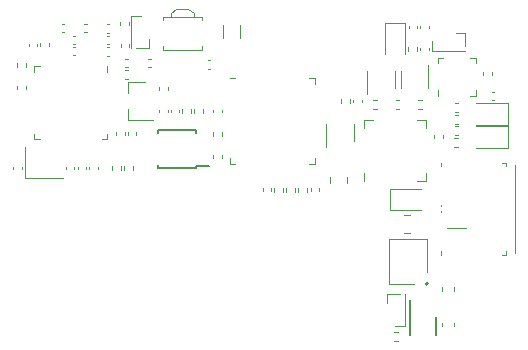
<source format=gbr>
%TF.GenerationSoftware,KiCad,Pcbnew,(5.1.9-0-10_14)*%
%TF.CreationDate,2021-10-29T13:13:03+02:00*%
%TF.ProjectId,Leo_muziekdoos,4c656f5f-6d75-47a6-9965-6b646f6f732e,rev?*%
%TF.SameCoordinates,Original*%
%TF.FileFunction,Legend,Top*%
%TF.FilePolarity,Positive*%
%FSLAX46Y46*%
G04 Gerber Fmt 4.6, Leading zero omitted, Abs format (unit mm)*
G04 Created by KiCad (PCBNEW (5.1.9-0-10_14)) date 2021-10-29 13:13:03*
%MOMM*%
%LPD*%
G01*
G04 APERTURE LIST*
%ADD10C,0.120000*%
%ADD11C,0.150000*%
%ADD12C,0.200000*%
%ADD13C,0.100000*%
%ADD14C,0.010000*%
%ADD15R,3.350000X3.350000*%
%ADD16R,4.600000X4.600000*%
%ADD17C,0.800000*%
%ADD18R,0.900000X1.700000*%
%ADD19R,1.100000X0.250000*%
%ADD20R,0.600000X0.450000*%
%ADD21R,0.400000X0.325000*%
%ADD22R,0.400000X0.200000*%
%ADD23R,0.400000X0.650000*%
%ADD24O,1.000000X1.000000*%
%ADD25R,1.000000X1.000000*%
%ADD26C,3.000000*%
%ADD27R,0.800000X0.550000*%
%ADD28R,2.150000X0.400000*%
%ADD29R,1.800000X2.000000*%
%ADD30O,2.150000X1.300000*%
%ADD31C,0.550000*%
%ADD32R,0.900000X0.800000*%
%ADD33R,5.300000X5.300000*%
%ADD34R,1.450000X1.750000*%
%ADD35R,0.300000X0.750000*%
%ADD36R,1.200000X1.000000*%
%ADD37R,0.450000X0.600000*%
G04 APERTURE END LIST*
D10*
%TO.C,U10*%
X71304000Y-73857800D02*
X71304000Y-73132800D01*
X71304000Y-73132800D02*
X72029000Y-73132800D01*
X76524000Y-77627800D02*
X76524000Y-78352800D01*
X76524000Y-78352800D02*
X75799000Y-78352800D01*
X76524000Y-73857800D02*
X76524000Y-73132800D01*
X76524000Y-73132800D02*
X75799000Y-73132800D01*
X71304000Y-77627800D02*
X71304000Y-78352800D01*
%TO.C,U3*%
X49541200Y-74339200D02*
X49541200Y-74814200D01*
X49541200Y-74814200D02*
X49066200Y-74814200D01*
X43321200Y-69069200D02*
X43321200Y-68594200D01*
X43321200Y-68594200D02*
X43796200Y-68594200D01*
X43321200Y-74339200D02*
X43321200Y-74814200D01*
X43321200Y-74814200D02*
X43796200Y-74814200D01*
X49541200Y-69069200D02*
X49541200Y-68594200D01*
%TO.C,C37*%
X69823000Y-77970748D02*
X69823000Y-78493252D01*
X68353000Y-77970748D02*
X68353000Y-78493252D01*
%TO.C,R22*%
X65710800Y-79223841D02*
X65710800Y-78916559D01*
X66470800Y-79223841D02*
X66470800Y-78916559D01*
%TO.C,SW1*%
X55390000Y-63736800D02*
X54890000Y-64116800D01*
X54890000Y-64116800D02*
X54890000Y-64436800D01*
X55390000Y-63736800D02*
X56390000Y-63736800D01*
X56390000Y-63736800D02*
X56890000Y-64116800D01*
X56890000Y-64116800D02*
X56890000Y-64436800D01*
X54240000Y-67236800D02*
X57540000Y-67236800D01*
X54240000Y-66936800D02*
X54240000Y-67236800D01*
X57540000Y-67236800D02*
X57540000Y-66936800D01*
X54240000Y-64736800D02*
X54240000Y-64436800D01*
X54240000Y-64436800D02*
X57540000Y-64436800D01*
X57540000Y-64436800D02*
X57540000Y-64736800D01*
%TO.C,C36*%
X53193836Y-68686000D02*
X52978164Y-68686000D01*
X53193836Y-67966000D02*
X52978164Y-67966000D01*
%TO.C,C18*%
X51278200Y-74415536D02*
X51278200Y-74199864D01*
X51998200Y-74415536D02*
X51998200Y-74199864D01*
D11*
%TO.C,U6*%
X57073200Y-77091200D02*
X58148200Y-77091200D01*
X57073200Y-74016200D02*
X53823200Y-74016200D01*
X57073200Y-77266200D02*
X53823200Y-77266200D01*
X57073200Y-74016200D02*
X57073200Y-74291200D01*
X53823200Y-74016200D02*
X53823200Y-74291200D01*
X53823200Y-77266200D02*
X53823200Y-76991200D01*
X57073200Y-77266200D02*
X57073200Y-77091200D01*
D10*
%TO.C,R17*%
X42632900Y-68362859D02*
X42632900Y-68670141D01*
X41872900Y-68362859D02*
X41872900Y-68670141D01*
%TO.C,R15*%
X44614100Y-66610259D02*
X44614100Y-66917541D01*
X43854100Y-66610259D02*
X43854100Y-66917541D01*
%TO.C,R12*%
X51014900Y-74141359D02*
X51014900Y-74448641D01*
X50254900Y-74141359D02*
X50254900Y-74448641D01*
%TO.C,C31*%
X42651000Y-70326364D02*
X42651000Y-70542036D01*
X41931000Y-70326364D02*
X41931000Y-70542036D01*
%TO.C,C30*%
X49485664Y-67000800D02*
X49701336Y-67000800D01*
X49485664Y-67720800D02*
X49701336Y-67720800D01*
%TO.C,C25*%
X51363200Y-64903464D02*
X51363200Y-65119136D01*
X50643200Y-64903464D02*
X50643200Y-65119136D01*
%TO.C,C24*%
X51375900Y-66770364D02*
X51375900Y-66986036D01*
X50655900Y-66770364D02*
X50655900Y-66986036D01*
%TO.C,C23*%
X49472964Y-65045000D02*
X49688636Y-65045000D01*
X49472964Y-65765000D02*
X49688636Y-65765000D01*
%TO.C,C20*%
X49472964Y-66022900D02*
X49688636Y-66022900D01*
X49472964Y-66742900D02*
X49688636Y-66742900D01*
%TO.C,C17*%
X45878636Y-65752300D02*
X45662964Y-65752300D01*
X45878636Y-65032300D02*
X45662964Y-65032300D01*
%TO.C,C16*%
X47783636Y-65752300D02*
X47567964Y-65752300D01*
X47783636Y-65032300D02*
X47567964Y-65032300D01*
%TO.C,C15*%
X43603500Y-66719564D02*
X43603500Y-66935236D01*
X42883500Y-66719564D02*
X42883500Y-66935236D01*
%TO.C,C14*%
X48734300Y-77133564D02*
X48734300Y-77349236D01*
X48014300Y-77133564D02*
X48014300Y-77349236D01*
%TO.C,C13*%
X51060464Y-68931200D02*
X51276136Y-68931200D01*
X51060464Y-69651200D02*
X51276136Y-69651200D01*
%TO.C,C12*%
X51060464Y-67966000D02*
X51276136Y-67966000D01*
X51060464Y-68686000D02*
X51276136Y-68686000D01*
%TO.C,C10*%
X47743700Y-77133564D02*
X47743700Y-77349236D01*
X47023700Y-77133564D02*
X47023700Y-77349236D01*
%TO.C,C9*%
X46805736Y-66730200D02*
X46590064Y-66730200D01*
X46805736Y-66010200D02*
X46590064Y-66010200D01*
%TO.C,C8*%
X46805736Y-67695400D02*
X46590064Y-67695400D01*
X46805736Y-66975400D02*
X46590064Y-66975400D01*
%TO.C,R16*%
X51713400Y-77087759D02*
X51713400Y-77395041D01*
X50953400Y-77087759D02*
X50953400Y-77395041D01*
%TO.C,R13*%
X50710100Y-77087759D02*
X50710100Y-77395041D01*
X49950100Y-77087759D02*
X49950100Y-77395041D01*
%TO.C,C28*%
X54652500Y-70402564D02*
X54652500Y-70618236D01*
X53932500Y-70402564D02*
X53932500Y-70618236D01*
%TO.C,C22*%
X53932500Y-72510536D02*
X53932500Y-72294864D01*
X54652500Y-72510536D02*
X54652500Y-72294864D01*
%TO.C,C11*%
X67466800Y-78962364D02*
X67466800Y-79178036D01*
X66746800Y-78962364D02*
X66746800Y-79178036D01*
%TO.C,D4*%
X73506200Y-79045700D02*
X76056200Y-79045700D01*
X73506200Y-80745700D02*
X76056200Y-80745700D01*
X73506200Y-79045700D02*
X73506200Y-80745700D01*
%TO.C,C5*%
X74678748Y-81224200D02*
X75201252Y-81224200D01*
X74678748Y-82694200D02*
X75201252Y-82694200D01*
D12*
%TO.C,U2*%
X76696000Y-87039200D02*
G75*
G03*
X76696000Y-87039200I-100000J0D01*
G01*
D10*
X73396000Y-87039200D02*
X75496000Y-87039200D01*
X73396000Y-83239200D02*
X73396000Y-87039200D01*
X76596000Y-83239200D02*
X73396000Y-83239200D01*
D13*
X76596000Y-86039200D02*
X76596000Y-83239200D01*
D10*
%TO.C,Q1*%
X71540000Y-69048400D02*
X71540000Y-70948400D01*
X73860000Y-70448400D02*
X73860000Y-69048400D01*
%TO.C,Q2*%
X76720000Y-70448400D02*
X76720000Y-68548400D01*
X74400000Y-69048400D02*
X74400000Y-70448400D01*
%TO.C,R11*%
X77217000Y-74420759D02*
X77217000Y-74728041D01*
X77977000Y-74420759D02*
X77977000Y-74728041D01*
%TO.C,Q5*%
X70390240Y-74941660D02*
X70390240Y-73541660D01*
X68070240Y-73541660D02*
X68070240Y-75441660D01*
%TO.C,C29*%
X70379000Y-71456664D02*
X70379000Y-71672336D01*
X71099000Y-71456664D02*
X71099000Y-71672336D01*
%TO.C,J3*%
X79792100Y-65786000D02*
X79792100Y-66896000D01*
X79032100Y-65786000D02*
X79792100Y-65786000D01*
X79794100Y-67310000D02*
X77067100Y-67310000D01*
X77067100Y-66507530D02*
X77067100Y-67310000D01*
%TO.C,J1*%
X73190100Y-87898700D02*
X74300100Y-87898700D01*
X73190100Y-88658700D02*
X73190100Y-87898700D01*
X74714100Y-87896700D02*
X74714100Y-90623700D01*
X73911630Y-90623700D02*
X74714100Y-90623700D01*
%TO.C,J4*%
X52351770Y-64379800D02*
X51549300Y-64379800D01*
X51549300Y-67106800D02*
X51549300Y-64379800D01*
X53073300Y-66344800D02*
X53073300Y-67104800D01*
X53073300Y-67104800D02*
X51963300Y-67104800D01*
%TO.C,ANT1*%
X59350000Y-66250000D02*
X59350000Y-65150000D01*
X60800000Y-65150000D02*
X60800000Y-66250000D01*
D13*
%TO.C,J2*%
X78264200Y-82295800D02*
X79864200Y-82295800D01*
X77764200Y-80695800D02*
X77764200Y-80395800D01*
X77764200Y-80695800D02*
X77764200Y-80995800D01*
X83264200Y-76795800D02*
X82964200Y-76795800D01*
X83264200Y-76795800D02*
X83264200Y-77095800D01*
X83264200Y-84595800D02*
X82964200Y-84595800D01*
X83264200Y-84595800D02*
X83264200Y-84295800D01*
X77764200Y-84595800D02*
X77764200Y-84295800D01*
X77764200Y-84595800D02*
X78064200Y-84595800D01*
X77764200Y-76795800D02*
X77764200Y-77095800D01*
X77764200Y-76795800D02*
X78064200Y-76795800D01*
D10*
X84014200Y-76945800D02*
X84014200Y-84445800D01*
%TO.C,U8*%
X51259200Y-69971800D02*
X51259200Y-70901800D01*
X51259200Y-73131800D02*
X51259200Y-72201800D01*
X51259200Y-73131800D02*
X53419200Y-73131800D01*
X51259200Y-69971800D02*
X52719200Y-69971800D01*
%TO.C,U4*%
X66637540Y-69649360D02*
X67112540Y-69649360D01*
X67112540Y-69649360D02*
X67112540Y-70124360D01*
X60367540Y-76869360D02*
X59892540Y-76869360D01*
X59892540Y-76869360D02*
X59892540Y-76394360D01*
X66637540Y-76869360D02*
X67112540Y-76869360D01*
X67112540Y-76869360D02*
X67112540Y-76394360D01*
X60367540Y-69649360D02*
X59892540Y-69649360D01*
%TO.C,R23*%
X63678800Y-79223841D02*
X63678800Y-78916559D01*
X64438800Y-79223841D02*
X64438800Y-78916559D01*
%TO.C,R21*%
X64694800Y-79223841D02*
X64694800Y-78916559D01*
X65454800Y-79223841D02*
X65454800Y-78916559D01*
%TO.C,R14*%
X59257200Y-74217559D02*
X59257200Y-74524841D01*
X58497200Y-74217559D02*
X58497200Y-74524841D01*
%TO.C,C27*%
X58248436Y-68805380D02*
X58032764Y-68805380D01*
X58248436Y-68085380D02*
X58032764Y-68085380D01*
%TO.C,C26*%
X63402800Y-78962364D02*
X63402800Y-79178036D01*
X62682800Y-78962364D02*
X62682800Y-79178036D01*
%TO.C,C21*%
X58491800Y-72497836D02*
X58491800Y-72282164D01*
X59211800Y-72497836D02*
X59211800Y-72282164D01*
%TO.C,C19*%
X59232120Y-76142964D02*
X59232120Y-76358636D01*
X58512120Y-76142964D02*
X58512120Y-76358636D01*
%TO.C,U5*%
X77498300Y-68359400D02*
X77498300Y-67884400D01*
X77498300Y-67884400D02*
X77973300Y-67884400D01*
X80718300Y-70629400D02*
X80718300Y-71104400D01*
X80718300Y-71104400D02*
X80243300Y-71104400D01*
X80718300Y-68359400D02*
X80718300Y-67884400D01*
X80718300Y-67884400D02*
X80243300Y-67884400D01*
X77498300Y-70629400D02*
X77498300Y-71104400D01*
%TO.C,C3*%
X77861700Y-90615380D02*
X77861700Y-90334220D01*
X78881700Y-90615380D02*
X78881700Y-90334220D01*
%TO.C,C1*%
X77836300Y-87605480D02*
X77836300Y-87324320D01*
X78856300Y-87605480D02*
X78856300Y-87324320D01*
%TO.C,C4*%
X75052600Y-65385836D02*
X75052600Y-65170164D01*
X75772600Y-65385836D02*
X75772600Y-65170164D01*
%TO.C,C2*%
X55643100Y-72497836D02*
X55643100Y-72282164D01*
X54923100Y-72497836D02*
X54923100Y-72282164D01*
D11*
%TO.C,U1*%
X77388500Y-89865200D02*
X77388500Y-91365200D01*
X75138500Y-88365200D02*
X75138500Y-91365200D01*
D10*
%TO.C,Y1*%
X42557800Y-78049200D02*
X45757800Y-78049200D01*
X42557800Y-75449200D02*
X42557800Y-78049200D01*
%TO.C,R28*%
X79253641Y-72720000D02*
X78946359Y-72720000D01*
X79253641Y-73480000D02*
X78946359Y-73480000D01*
%TO.C,R27*%
X79253641Y-71740000D02*
X78946359Y-71740000D01*
X79253641Y-72500000D02*
X78946359Y-72500000D01*
%TO.C,R10*%
X74270841Y-71502000D02*
X73963559Y-71502000D01*
X74270841Y-72262000D02*
X73963559Y-72262000D01*
%TO.C,R9*%
X76175841Y-71502000D02*
X75868559Y-71502000D01*
X76175841Y-72262000D02*
X75868559Y-72262000D01*
%TO.C,R8*%
X75792600Y-67323941D02*
X75792600Y-67016659D01*
X75032600Y-67323941D02*
X75032600Y-67016659D01*
%TO.C,R7*%
X70077600Y-71730841D02*
X70077600Y-71423559D01*
X69317600Y-71730841D02*
X69317600Y-71423559D01*
%TO.C,R6*%
X79243641Y-73700000D02*
X78936359Y-73700000D01*
X79243641Y-74460000D02*
X78936359Y-74460000D01*
%TO.C,R5*%
X79233641Y-74700000D02*
X78926359Y-74700000D01*
X79233641Y-75460000D02*
X78926359Y-75460000D01*
%TO.C,R4*%
X57657000Y-72543641D02*
X57657000Y-72236359D01*
X56897000Y-72543641D02*
X56897000Y-72236359D01*
%TO.C,R3*%
X55893700Y-72236359D02*
X55893700Y-72543641D01*
X56653700Y-72236359D02*
X56653700Y-72543641D01*
%TO.C,R2*%
X72058559Y-72262000D02*
X72365841Y-72262000D01*
X72058559Y-71502000D02*
X72365841Y-71502000D01*
%TO.C,R1*%
X74131141Y-91110800D02*
X73823859Y-91110800D01*
X74131141Y-91870800D02*
X73823859Y-91870800D01*
%TO.C,D3*%
X74764000Y-64984500D02*
X74764000Y-67534500D01*
X73064000Y-64984500D02*
X73064000Y-67534500D01*
X74764000Y-64984500D02*
X73064000Y-64984500D01*
%TO.C,D2*%
X83447600Y-71684000D02*
X80762600Y-71684000D01*
X83447600Y-73604000D02*
X83447600Y-71684000D01*
X80762600Y-73604000D02*
X83447600Y-73604000D01*
%TO.C,D1*%
X83447600Y-73639800D02*
X80762600Y-73639800D01*
X83447600Y-75559800D02*
X83447600Y-73639800D01*
X80762600Y-75559800D02*
X83447600Y-75559800D01*
%TO.C,C35*%
X76763200Y-65385836D02*
X76763200Y-65170164D01*
X76043200Y-65385836D02*
X76043200Y-65170164D01*
%TO.C,C34*%
X76043200Y-67049764D02*
X76043200Y-67265436D01*
X76763200Y-67049764D02*
X76763200Y-67265436D01*
%TO.C,C33*%
X82086564Y-71505400D02*
X82302236Y-71505400D01*
X82086564Y-70785400D02*
X82302236Y-70785400D01*
%TO.C,C32*%
X81370000Y-69142164D02*
X81370000Y-69357836D01*
X82090000Y-69142164D02*
X82090000Y-69357836D01*
%TO.C,C7*%
X46033100Y-77133564D02*
X46033100Y-77349236D01*
X46753100Y-77133564D02*
X46753100Y-77349236D01*
%TO.C,C6*%
X41575400Y-77133564D02*
X41575400Y-77349236D01*
X42295400Y-77133564D02*
X42295400Y-77349236D01*
%TD*%
%LPC*%
D14*
%TO.C,U2*%
G36*
X73646000Y-84264200D02*
G01*
X73946000Y-84264200D01*
X73946000Y-83739200D01*
X74396000Y-83739200D01*
X74396000Y-83439200D01*
X74571000Y-83439200D01*
X74571000Y-84464200D01*
X73646000Y-84464200D01*
X73646000Y-84264200D01*
G37*
X73646000Y-84264200D02*
X73946000Y-84264200D01*
X73946000Y-83739200D01*
X74396000Y-83739200D01*
X74396000Y-83439200D01*
X74571000Y-83439200D01*
X74571000Y-84464200D01*
X73646000Y-84464200D01*
X73646000Y-84264200D01*
G36*
X75421000Y-83439200D02*
G01*
X75596000Y-83439200D01*
X75596000Y-83739200D01*
X76046000Y-83739200D01*
X76046000Y-84264200D01*
X76346000Y-84264200D01*
X76346000Y-84464200D01*
X75421000Y-84464200D01*
X75421000Y-83439200D01*
G37*
X75421000Y-83439200D02*
X75596000Y-83439200D01*
X75596000Y-83739200D01*
X76046000Y-83739200D01*
X76046000Y-84264200D01*
X76346000Y-84264200D01*
X76346000Y-84464200D01*
X75421000Y-84464200D01*
X75421000Y-83439200D01*
G36*
X75396000Y-86539200D02*
G01*
X74596000Y-86539200D01*
X74596000Y-86859200D01*
X74396000Y-86859200D01*
X74396000Y-86539200D01*
X74296000Y-86539200D01*
X74296000Y-85939200D01*
X75696000Y-85939200D01*
X75696000Y-86539200D01*
X75596000Y-86539200D01*
X75596000Y-86859200D01*
X75396000Y-86859200D01*
X75396000Y-86539200D01*
G37*
X75396000Y-86539200D02*
X74596000Y-86539200D01*
X74596000Y-86859200D01*
X74396000Y-86859200D01*
X74396000Y-86539200D01*
X74296000Y-86539200D01*
X74296000Y-85939200D01*
X75696000Y-85939200D01*
X75696000Y-86539200D01*
X75596000Y-86539200D01*
X75596000Y-86859200D01*
X75396000Y-86859200D01*
X75396000Y-86539200D01*
%TD*%
D15*
%TO.C,U10*%
X73914000Y-75742800D03*
G36*
G01*
X71801500Y-77367800D02*
X71126500Y-77367800D01*
G75*
G02*
X71064000Y-77305300I0J62500D01*
G01*
X71064000Y-77180300D01*
G75*
G02*
X71126500Y-77117800I62500J0D01*
G01*
X71801500Y-77117800D01*
G75*
G02*
X71864000Y-77180300I0J-62500D01*
G01*
X71864000Y-77305300D01*
G75*
G02*
X71801500Y-77367800I-62500J0D01*
G01*
G37*
G36*
G01*
X71801500Y-76867800D02*
X71126500Y-76867800D01*
G75*
G02*
X71064000Y-76805300I0J62500D01*
G01*
X71064000Y-76680300D01*
G75*
G02*
X71126500Y-76617800I62500J0D01*
G01*
X71801500Y-76617800D01*
G75*
G02*
X71864000Y-76680300I0J-62500D01*
G01*
X71864000Y-76805300D01*
G75*
G02*
X71801500Y-76867800I-62500J0D01*
G01*
G37*
G36*
G01*
X71801500Y-76367800D02*
X71126500Y-76367800D01*
G75*
G02*
X71064000Y-76305300I0J62500D01*
G01*
X71064000Y-76180300D01*
G75*
G02*
X71126500Y-76117800I62500J0D01*
G01*
X71801500Y-76117800D01*
G75*
G02*
X71864000Y-76180300I0J-62500D01*
G01*
X71864000Y-76305300D01*
G75*
G02*
X71801500Y-76367800I-62500J0D01*
G01*
G37*
G36*
G01*
X71801500Y-75867800D02*
X71126500Y-75867800D01*
G75*
G02*
X71064000Y-75805300I0J62500D01*
G01*
X71064000Y-75680300D01*
G75*
G02*
X71126500Y-75617800I62500J0D01*
G01*
X71801500Y-75617800D01*
G75*
G02*
X71864000Y-75680300I0J-62500D01*
G01*
X71864000Y-75805300D01*
G75*
G02*
X71801500Y-75867800I-62500J0D01*
G01*
G37*
G36*
G01*
X71801500Y-75367800D02*
X71126500Y-75367800D01*
G75*
G02*
X71064000Y-75305300I0J62500D01*
G01*
X71064000Y-75180300D01*
G75*
G02*
X71126500Y-75117800I62500J0D01*
G01*
X71801500Y-75117800D01*
G75*
G02*
X71864000Y-75180300I0J-62500D01*
G01*
X71864000Y-75305300D01*
G75*
G02*
X71801500Y-75367800I-62500J0D01*
G01*
G37*
G36*
G01*
X71801500Y-74867800D02*
X71126500Y-74867800D01*
G75*
G02*
X71064000Y-74805300I0J62500D01*
G01*
X71064000Y-74680300D01*
G75*
G02*
X71126500Y-74617800I62500J0D01*
G01*
X71801500Y-74617800D01*
G75*
G02*
X71864000Y-74680300I0J-62500D01*
G01*
X71864000Y-74805300D01*
G75*
G02*
X71801500Y-74867800I-62500J0D01*
G01*
G37*
G36*
G01*
X71801500Y-74367800D02*
X71126500Y-74367800D01*
G75*
G02*
X71064000Y-74305300I0J62500D01*
G01*
X71064000Y-74180300D01*
G75*
G02*
X71126500Y-74117800I62500J0D01*
G01*
X71801500Y-74117800D01*
G75*
G02*
X71864000Y-74180300I0J-62500D01*
G01*
X71864000Y-74305300D01*
G75*
G02*
X71801500Y-74367800I-62500J0D01*
G01*
G37*
G36*
G01*
X72476500Y-73692800D02*
X72351500Y-73692800D01*
G75*
G02*
X72289000Y-73630300I0J62500D01*
G01*
X72289000Y-72955300D01*
G75*
G02*
X72351500Y-72892800I62500J0D01*
G01*
X72476500Y-72892800D01*
G75*
G02*
X72539000Y-72955300I0J-62500D01*
G01*
X72539000Y-73630300D01*
G75*
G02*
X72476500Y-73692800I-62500J0D01*
G01*
G37*
G36*
G01*
X72976500Y-73692800D02*
X72851500Y-73692800D01*
G75*
G02*
X72789000Y-73630300I0J62500D01*
G01*
X72789000Y-72955300D01*
G75*
G02*
X72851500Y-72892800I62500J0D01*
G01*
X72976500Y-72892800D01*
G75*
G02*
X73039000Y-72955300I0J-62500D01*
G01*
X73039000Y-73630300D01*
G75*
G02*
X72976500Y-73692800I-62500J0D01*
G01*
G37*
G36*
G01*
X73476500Y-73692800D02*
X73351500Y-73692800D01*
G75*
G02*
X73289000Y-73630300I0J62500D01*
G01*
X73289000Y-72955300D01*
G75*
G02*
X73351500Y-72892800I62500J0D01*
G01*
X73476500Y-72892800D01*
G75*
G02*
X73539000Y-72955300I0J-62500D01*
G01*
X73539000Y-73630300D01*
G75*
G02*
X73476500Y-73692800I-62500J0D01*
G01*
G37*
G36*
G01*
X73976500Y-73692800D02*
X73851500Y-73692800D01*
G75*
G02*
X73789000Y-73630300I0J62500D01*
G01*
X73789000Y-72955300D01*
G75*
G02*
X73851500Y-72892800I62500J0D01*
G01*
X73976500Y-72892800D01*
G75*
G02*
X74039000Y-72955300I0J-62500D01*
G01*
X74039000Y-73630300D01*
G75*
G02*
X73976500Y-73692800I-62500J0D01*
G01*
G37*
G36*
G01*
X74476500Y-73692800D02*
X74351500Y-73692800D01*
G75*
G02*
X74289000Y-73630300I0J62500D01*
G01*
X74289000Y-72955300D01*
G75*
G02*
X74351500Y-72892800I62500J0D01*
G01*
X74476500Y-72892800D01*
G75*
G02*
X74539000Y-72955300I0J-62500D01*
G01*
X74539000Y-73630300D01*
G75*
G02*
X74476500Y-73692800I-62500J0D01*
G01*
G37*
G36*
G01*
X74976500Y-73692800D02*
X74851500Y-73692800D01*
G75*
G02*
X74789000Y-73630300I0J62500D01*
G01*
X74789000Y-72955300D01*
G75*
G02*
X74851500Y-72892800I62500J0D01*
G01*
X74976500Y-72892800D01*
G75*
G02*
X75039000Y-72955300I0J-62500D01*
G01*
X75039000Y-73630300D01*
G75*
G02*
X74976500Y-73692800I-62500J0D01*
G01*
G37*
G36*
G01*
X75476500Y-73692800D02*
X75351500Y-73692800D01*
G75*
G02*
X75289000Y-73630300I0J62500D01*
G01*
X75289000Y-72955300D01*
G75*
G02*
X75351500Y-72892800I62500J0D01*
G01*
X75476500Y-72892800D01*
G75*
G02*
X75539000Y-72955300I0J-62500D01*
G01*
X75539000Y-73630300D01*
G75*
G02*
X75476500Y-73692800I-62500J0D01*
G01*
G37*
G36*
G01*
X76701500Y-74367800D02*
X76026500Y-74367800D01*
G75*
G02*
X75964000Y-74305300I0J62500D01*
G01*
X75964000Y-74180300D01*
G75*
G02*
X76026500Y-74117800I62500J0D01*
G01*
X76701500Y-74117800D01*
G75*
G02*
X76764000Y-74180300I0J-62500D01*
G01*
X76764000Y-74305300D01*
G75*
G02*
X76701500Y-74367800I-62500J0D01*
G01*
G37*
G36*
G01*
X76701500Y-74867800D02*
X76026500Y-74867800D01*
G75*
G02*
X75964000Y-74805300I0J62500D01*
G01*
X75964000Y-74680300D01*
G75*
G02*
X76026500Y-74617800I62500J0D01*
G01*
X76701500Y-74617800D01*
G75*
G02*
X76764000Y-74680300I0J-62500D01*
G01*
X76764000Y-74805300D01*
G75*
G02*
X76701500Y-74867800I-62500J0D01*
G01*
G37*
G36*
G01*
X76701500Y-75367800D02*
X76026500Y-75367800D01*
G75*
G02*
X75964000Y-75305300I0J62500D01*
G01*
X75964000Y-75180300D01*
G75*
G02*
X76026500Y-75117800I62500J0D01*
G01*
X76701500Y-75117800D01*
G75*
G02*
X76764000Y-75180300I0J-62500D01*
G01*
X76764000Y-75305300D01*
G75*
G02*
X76701500Y-75367800I-62500J0D01*
G01*
G37*
G36*
G01*
X76701500Y-75867800D02*
X76026500Y-75867800D01*
G75*
G02*
X75964000Y-75805300I0J62500D01*
G01*
X75964000Y-75680300D01*
G75*
G02*
X76026500Y-75617800I62500J0D01*
G01*
X76701500Y-75617800D01*
G75*
G02*
X76764000Y-75680300I0J-62500D01*
G01*
X76764000Y-75805300D01*
G75*
G02*
X76701500Y-75867800I-62500J0D01*
G01*
G37*
G36*
G01*
X76701500Y-76367800D02*
X76026500Y-76367800D01*
G75*
G02*
X75964000Y-76305300I0J62500D01*
G01*
X75964000Y-76180300D01*
G75*
G02*
X76026500Y-76117800I62500J0D01*
G01*
X76701500Y-76117800D01*
G75*
G02*
X76764000Y-76180300I0J-62500D01*
G01*
X76764000Y-76305300D01*
G75*
G02*
X76701500Y-76367800I-62500J0D01*
G01*
G37*
G36*
G01*
X76701500Y-76867800D02*
X76026500Y-76867800D01*
G75*
G02*
X75964000Y-76805300I0J62500D01*
G01*
X75964000Y-76680300D01*
G75*
G02*
X76026500Y-76617800I62500J0D01*
G01*
X76701500Y-76617800D01*
G75*
G02*
X76764000Y-76680300I0J-62500D01*
G01*
X76764000Y-76805300D01*
G75*
G02*
X76701500Y-76867800I-62500J0D01*
G01*
G37*
G36*
G01*
X76701500Y-77367800D02*
X76026500Y-77367800D01*
G75*
G02*
X75964000Y-77305300I0J62500D01*
G01*
X75964000Y-77180300D01*
G75*
G02*
X76026500Y-77117800I62500J0D01*
G01*
X76701500Y-77117800D01*
G75*
G02*
X76764000Y-77180300I0J-62500D01*
G01*
X76764000Y-77305300D01*
G75*
G02*
X76701500Y-77367800I-62500J0D01*
G01*
G37*
G36*
G01*
X75476500Y-78592800D02*
X75351500Y-78592800D01*
G75*
G02*
X75289000Y-78530300I0J62500D01*
G01*
X75289000Y-77855300D01*
G75*
G02*
X75351500Y-77792800I62500J0D01*
G01*
X75476500Y-77792800D01*
G75*
G02*
X75539000Y-77855300I0J-62500D01*
G01*
X75539000Y-78530300D01*
G75*
G02*
X75476500Y-78592800I-62500J0D01*
G01*
G37*
G36*
G01*
X74976500Y-78592800D02*
X74851500Y-78592800D01*
G75*
G02*
X74789000Y-78530300I0J62500D01*
G01*
X74789000Y-77855300D01*
G75*
G02*
X74851500Y-77792800I62500J0D01*
G01*
X74976500Y-77792800D01*
G75*
G02*
X75039000Y-77855300I0J-62500D01*
G01*
X75039000Y-78530300D01*
G75*
G02*
X74976500Y-78592800I-62500J0D01*
G01*
G37*
G36*
G01*
X74476500Y-78592800D02*
X74351500Y-78592800D01*
G75*
G02*
X74289000Y-78530300I0J62500D01*
G01*
X74289000Y-77855300D01*
G75*
G02*
X74351500Y-77792800I62500J0D01*
G01*
X74476500Y-77792800D01*
G75*
G02*
X74539000Y-77855300I0J-62500D01*
G01*
X74539000Y-78530300D01*
G75*
G02*
X74476500Y-78592800I-62500J0D01*
G01*
G37*
G36*
G01*
X73976500Y-78592800D02*
X73851500Y-78592800D01*
G75*
G02*
X73789000Y-78530300I0J62500D01*
G01*
X73789000Y-77855300D01*
G75*
G02*
X73851500Y-77792800I62500J0D01*
G01*
X73976500Y-77792800D01*
G75*
G02*
X74039000Y-77855300I0J-62500D01*
G01*
X74039000Y-78530300D01*
G75*
G02*
X73976500Y-78592800I-62500J0D01*
G01*
G37*
G36*
G01*
X73476500Y-78592800D02*
X73351500Y-78592800D01*
G75*
G02*
X73289000Y-78530300I0J62500D01*
G01*
X73289000Y-77855300D01*
G75*
G02*
X73351500Y-77792800I62500J0D01*
G01*
X73476500Y-77792800D01*
G75*
G02*
X73539000Y-77855300I0J-62500D01*
G01*
X73539000Y-78530300D01*
G75*
G02*
X73476500Y-78592800I-62500J0D01*
G01*
G37*
G36*
G01*
X72976500Y-78592800D02*
X72851500Y-78592800D01*
G75*
G02*
X72789000Y-78530300I0J62500D01*
G01*
X72789000Y-77855300D01*
G75*
G02*
X72851500Y-77792800I62500J0D01*
G01*
X72976500Y-77792800D01*
G75*
G02*
X73039000Y-77855300I0J-62500D01*
G01*
X73039000Y-78530300D01*
G75*
G02*
X72976500Y-78592800I-62500J0D01*
G01*
G37*
G36*
G01*
X72476500Y-78592800D02*
X72351500Y-78592800D01*
G75*
G02*
X72289000Y-78530300I0J62500D01*
G01*
X72289000Y-77855300D01*
G75*
G02*
X72351500Y-77792800I62500J0D01*
G01*
X72476500Y-77792800D01*
G75*
G02*
X72539000Y-77855300I0J-62500D01*
G01*
X72539000Y-78530300D01*
G75*
G02*
X72476500Y-78592800I-62500J0D01*
G01*
G37*
%TD*%
D16*
%TO.C,U3*%
X46431200Y-71704200D03*
G36*
G01*
X49018700Y-69329200D02*
X49718700Y-69329200D01*
G75*
G02*
X49781200Y-69391700I0J-62500D01*
G01*
X49781200Y-69516700D01*
G75*
G02*
X49718700Y-69579200I-62500J0D01*
G01*
X49018700Y-69579200D01*
G75*
G02*
X48956200Y-69516700I0J62500D01*
G01*
X48956200Y-69391700D01*
G75*
G02*
X49018700Y-69329200I62500J0D01*
G01*
G37*
G36*
G01*
X49018700Y-69829200D02*
X49718700Y-69829200D01*
G75*
G02*
X49781200Y-69891700I0J-62500D01*
G01*
X49781200Y-70016700D01*
G75*
G02*
X49718700Y-70079200I-62500J0D01*
G01*
X49018700Y-70079200D01*
G75*
G02*
X48956200Y-70016700I0J62500D01*
G01*
X48956200Y-69891700D01*
G75*
G02*
X49018700Y-69829200I62500J0D01*
G01*
G37*
G36*
G01*
X49018700Y-70329200D02*
X49718700Y-70329200D01*
G75*
G02*
X49781200Y-70391700I0J-62500D01*
G01*
X49781200Y-70516700D01*
G75*
G02*
X49718700Y-70579200I-62500J0D01*
G01*
X49018700Y-70579200D01*
G75*
G02*
X48956200Y-70516700I0J62500D01*
G01*
X48956200Y-70391700D01*
G75*
G02*
X49018700Y-70329200I62500J0D01*
G01*
G37*
G36*
G01*
X49018700Y-70829200D02*
X49718700Y-70829200D01*
G75*
G02*
X49781200Y-70891700I0J-62500D01*
G01*
X49781200Y-71016700D01*
G75*
G02*
X49718700Y-71079200I-62500J0D01*
G01*
X49018700Y-71079200D01*
G75*
G02*
X48956200Y-71016700I0J62500D01*
G01*
X48956200Y-70891700D01*
G75*
G02*
X49018700Y-70829200I62500J0D01*
G01*
G37*
G36*
G01*
X49018700Y-71329200D02*
X49718700Y-71329200D01*
G75*
G02*
X49781200Y-71391700I0J-62500D01*
G01*
X49781200Y-71516700D01*
G75*
G02*
X49718700Y-71579200I-62500J0D01*
G01*
X49018700Y-71579200D01*
G75*
G02*
X48956200Y-71516700I0J62500D01*
G01*
X48956200Y-71391700D01*
G75*
G02*
X49018700Y-71329200I62500J0D01*
G01*
G37*
G36*
G01*
X49018700Y-71829200D02*
X49718700Y-71829200D01*
G75*
G02*
X49781200Y-71891700I0J-62500D01*
G01*
X49781200Y-72016700D01*
G75*
G02*
X49718700Y-72079200I-62500J0D01*
G01*
X49018700Y-72079200D01*
G75*
G02*
X48956200Y-72016700I0J62500D01*
G01*
X48956200Y-71891700D01*
G75*
G02*
X49018700Y-71829200I62500J0D01*
G01*
G37*
G36*
G01*
X49018700Y-72329200D02*
X49718700Y-72329200D01*
G75*
G02*
X49781200Y-72391700I0J-62500D01*
G01*
X49781200Y-72516700D01*
G75*
G02*
X49718700Y-72579200I-62500J0D01*
G01*
X49018700Y-72579200D01*
G75*
G02*
X48956200Y-72516700I0J62500D01*
G01*
X48956200Y-72391700D01*
G75*
G02*
X49018700Y-72329200I62500J0D01*
G01*
G37*
G36*
G01*
X49018700Y-72829200D02*
X49718700Y-72829200D01*
G75*
G02*
X49781200Y-72891700I0J-62500D01*
G01*
X49781200Y-73016700D01*
G75*
G02*
X49718700Y-73079200I-62500J0D01*
G01*
X49018700Y-73079200D01*
G75*
G02*
X48956200Y-73016700I0J62500D01*
G01*
X48956200Y-72891700D01*
G75*
G02*
X49018700Y-72829200I62500J0D01*
G01*
G37*
G36*
G01*
X49018700Y-73329200D02*
X49718700Y-73329200D01*
G75*
G02*
X49781200Y-73391700I0J-62500D01*
G01*
X49781200Y-73516700D01*
G75*
G02*
X49718700Y-73579200I-62500J0D01*
G01*
X49018700Y-73579200D01*
G75*
G02*
X48956200Y-73516700I0J62500D01*
G01*
X48956200Y-73391700D01*
G75*
G02*
X49018700Y-73329200I62500J0D01*
G01*
G37*
G36*
G01*
X49018700Y-73829200D02*
X49718700Y-73829200D01*
G75*
G02*
X49781200Y-73891700I0J-62500D01*
G01*
X49781200Y-74016700D01*
G75*
G02*
X49718700Y-74079200I-62500J0D01*
G01*
X49018700Y-74079200D01*
G75*
G02*
X48956200Y-74016700I0J62500D01*
G01*
X48956200Y-73891700D01*
G75*
G02*
X49018700Y-73829200I62500J0D01*
G01*
G37*
G36*
G01*
X48618700Y-74229200D02*
X48743700Y-74229200D01*
G75*
G02*
X48806200Y-74291700I0J-62500D01*
G01*
X48806200Y-74991700D01*
G75*
G02*
X48743700Y-75054200I-62500J0D01*
G01*
X48618700Y-75054200D01*
G75*
G02*
X48556200Y-74991700I0J62500D01*
G01*
X48556200Y-74291700D01*
G75*
G02*
X48618700Y-74229200I62500J0D01*
G01*
G37*
G36*
G01*
X48118700Y-74229200D02*
X48243700Y-74229200D01*
G75*
G02*
X48306200Y-74291700I0J-62500D01*
G01*
X48306200Y-74991700D01*
G75*
G02*
X48243700Y-75054200I-62500J0D01*
G01*
X48118700Y-75054200D01*
G75*
G02*
X48056200Y-74991700I0J62500D01*
G01*
X48056200Y-74291700D01*
G75*
G02*
X48118700Y-74229200I62500J0D01*
G01*
G37*
G36*
G01*
X47618700Y-74229200D02*
X47743700Y-74229200D01*
G75*
G02*
X47806200Y-74291700I0J-62500D01*
G01*
X47806200Y-74991700D01*
G75*
G02*
X47743700Y-75054200I-62500J0D01*
G01*
X47618700Y-75054200D01*
G75*
G02*
X47556200Y-74991700I0J62500D01*
G01*
X47556200Y-74291700D01*
G75*
G02*
X47618700Y-74229200I62500J0D01*
G01*
G37*
G36*
G01*
X47118700Y-74229200D02*
X47243700Y-74229200D01*
G75*
G02*
X47306200Y-74291700I0J-62500D01*
G01*
X47306200Y-74991700D01*
G75*
G02*
X47243700Y-75054200I-62500J0D01*
G01*
X47118700Y-75054200D01*
G75*
G02*
X47056200Y-74991700I0J62500D01*
G01*
X47056200Y-74291700D01*
G75*
G02*
X47118700Y-74229200I62500J0D01*
G01*
G37*
G36*
G01*
X46618700Y-74229200D02*
X46743700Y-74229200D01*
G75*
G02*
X46806200Y-74291700I0J-62500D01*
G01*
X46806200Y-74991700D01*
G75*
G02*
X46743700Y-75054200I-62500J0D01*
G01*
X46618700Y-75054200D01*
G75*
G02*
X46556200Y-74991700I0J62500D01*
G01*
X46556200Y-74291700D01*
G75*
G02*
X46618700Y-74229200I62500J0D01*
G01*
G37*
G36*
G01*
X46118700Y-74229200D02*
X46243700Y-74229200D01*
G75*
G02*
X46306200Y-74291700I0J-62500D01*
G01*
X46306200Y-74991700D01*
G75*
G02*
X46243700Y-75054200I-62500J0D01*
G01*
X46118700Y-75054200D01*
G75*
G02*
X46056200Y-74991700I0J62500D01*
G01*
X46056200Y-74291700D01*
G75*
G02*
X46118700Y-74229200I62500J0D01*
G01*
G37*
G36*
G01*
X45618700Y-74229200D02*
X45743700Y-74229200D01*
G75*
G02*
X45806200Y-74291700I0J-62500D01*
G01*
X45806200Y-74991700D01*
G75*
G02*
X45743700Y-75054200I-62500J0D01*
G01*
X45618700Y-75054200D01*
G75*
G02*
X45556200Y-74991700I0J62500D01*
G01*
X45556200Y-74291700D01*
G75*
G02*
X45618700Y-74229200I62500J0D01*
G01*
G37*
G36*
G01*
X45118700Y-74229200D02*
X45243700Y-74229200D01*
G75*
G02*
X45306200Y-74291700I0J-62500D01*
G01*
X45306200Y-74991700D01*
G75*
G02*
X45243700Y-75054200I-62500J0D01*
G01*
X45118700Y-75054200D01*
G75*
G02*
X45056200Y-74991700I0J62500D01*
G01*
X45056200Y-74291700D01*
G75*
G02*
X45118700Y-74229200I62500J0D01*
G01*
G37*
G36*
G01*
X44618700Y-74229200D02*
X44743700Y-74229200D01*
G75*
G02*
X44806200Y-74291700I0J-62500D01*
G01*
X44806200Y-74991700D01*
G75*
G02*
X44743700Y-75054200I-62500J0D01*
G01*
X44618700Y-75054200D01*
G75*
G02*
X44556200Y-74991700I0J62500D01*
G01*
X44556200Y-74291700D01*
G75*
G02*
X44618700Y-74229200I62500J0D01*
G01*
G37*
G36*
G01*
X44118700Y-74229200D02*
X44243700Y-74229200D01*
G75*
G02*
X44306200Y-74291700I0J-62500D01*
G01*
X44306200Y-74991700D01*
G75*
G02*
X44243700Y-75054200I-62500J0D01*
G01*
X44118700Y-75054200D01*
G75*
G02*
X44056200Y-74991700I0J62500D01*
G01*
X44056200Y-74291700D01*
G75*
G02*
X44118700Y-74229200I62500J0D01*
G01*
G37*
G36*
G01*
X43143700Y-73829200D02*
X43843700Y-73829200D01*
G75*
G02*
X43906200Y-73891700I0J-62500D01*
G01*
X43906200Y-74016700D01*
G75*
G02*
X43843700Y-74079200I-62500J0D01*
G01*
X43143700Y-74079200D01*
G75*
G02*
X43081200Y-74016700I0J62500D01*
G01*
X43081200Y-73891700D01*
G75*
G02*
X43143700Y-73829200I62500J0D01*
G01*
G37*
G36*
G01*
X43143700Y-73329200D02*
X43843700Y-73329200D01*
G75*
G02*
X43906200Y-73391700I0J-62500D01*
G01*
X43906200Y-73516700D01*
G75*
G02*
X43843700Y-73579200I-62500J0D01*
G01*
X43143700Y-73579200D01*
G75*
G02*
X43081200Y-73516700I0J62500D01*
G01*
X43081200Y-73391700D01*
G75*
G02*
X43143700Y-73329200I62500J0D01*
G01*
G37*
G36*
G01*
X43143700Y-72829200D02*
X43843700Y-72829200D01*
G75*
G02*
X43906200Y-72891700I0J-62500D01*
G01*
X43906200Y-73016700D01*
G75*
G02*
X43843700Y-73079200I-62500J0D01*
G01*
X43143700Y-73079200D01*
G75*
G02*
X43081200Y-73016700I0J62500D01*
G01*
X43081200Y-72891700D01*
G75*
G02*
X43143700Y-72829200I62500J0D01*
G01*
G37*
G36*
G01*
X43143700Y-72329200D02*
X43843700Y-72329200D01*
G75*
G02*
X43906200Y-72391700I0J-62500D01*
G01*
X43906200Y-72516700D01*
G75*
G02*
X43843700Y-72579200I-62500J0D01*
G01*
X43143700Y-72579200D01*
G75*
G02*
X43081200Y-72516700I0J62500D01*
G01*
X43081200Y-72391700D01*
G75*
G02*
X43143700Y-72329200I62500J0D01*
G01*
G37*
G36*
G01*
X43143700Y-71829200D02*
X43843700Y-71829200D01*
G75*
G02*
X43906200Y-71891700I0J-62500D01*
G01*
X43906200Y-72016700D01*
G75*
G02*
X43843700Y-72079200I-62500J0D01*
G01*
X43143700Y-72079200D01*
G75*
G02*
X43081200Y-72016700I0J62500D01*
G01*
X43081200Y-71891700D01*
G75*
G02*
X43143700Y-71829200I62500J0D01*
G01*
G37*
G36*
G01*
X43143700Y-71329200D02*
X43843700Y-71329200D01*
G75*
G02*
X43906200Y-71391700I0J-62500D01*
G01*
X43906200Y-71516700D01*
G75*
G02*
X43843700Y-71579200I-62500J0D01*
G01*
X43143700Y-71579200D01*
G75*
G02*
X43081200Y-71516700I0J62500D01*
G01*
X43081200Y-71391700D01*
G75*
G02*
X43143700Y-71329200I62500J0D01*
G01*
G37*
G36*
G01*
X43143700Y-70829200D02*
X43843700Y-70829200D01*
G75*
G02*
X43906200Y-70891700I0J-62500D01*
G01*
X43906200Y-71016700D01*
G75*
G02*
X43843700Y-71079200I-62500J0D01*
G01*
X43143700Y-71079200D01*
G75*
G02*
X43081200Y-71016700I0J62500D01*
G01*
X43081200Y-70891700D01*
G75*
G02*
X43143700Y-70829200I62500J0D01*
G01*
G37*
G36*
G01*
X43143700Y-70329200D02*
X43843700Y-70329200D01*
G75*
G02*
X43906200Y-70391700I0J-62500D01*
G01*
X43906200Y-70516700D01*
G75*
G02*
X43843700Y-70579200I-62500J0D01*
G01*
X43143700Y-70579200D01*
G75*
G02*
X43081200Y-70516700I0J62500D01*
G01*
X43081200Y-70391700D01*
G75*
G02*
X43143700Y-70329200I62500J0D01*
G01*
G37*
G36*
G01*
X43143700Y-69829200D02*
X43843700Y-69829200D01*
G75*
G02*
X43906200Y-69891700I0J-62500D01*
G01*
X43906200Y-70016700D01*
G75*
G02*
X43843700Y-70079200I-62500J0D01*
G01*
X43143700Y-70079200D01*
G75*
G02*
X43081200Y-70016700I0J62500D01*
G01*
X43081200Y-69891700D01*
G75*
G02*
X43143700Y-69829200I62500J0D01*
G01*
G37*
G36*
G01*
X43143700Y-69329200D02*
X43843700Y-69329200D01*
G75*
G02*
X43906200Y-69391700I0J-62500D01*
G01*
X43906200Y-69516700D01*
G75*
G02*
X43843700Y-69579200I-62500J0D01*
G01*
X43143700Y-69579200D01*
G75*
G02*
X43081200Y-69516700I0J62500D01*
G01*
X43081200Y-69391700D01*
G75*
G02*
X43143700Y-69329200I62500J0D01*
G01*
G37*
G36*
G01*
X44118700Y-68354200D02*
X44243700Y-68354200D01*
G75*
G02*
X44306200Y-68416700I0J-62500D01*
G01*
X44306200Y-69116700D01*
G75*
G02*
X44243700Y-69179200I-62500J0D01*
G01*
X44118700Y-69179200D01*
G75*
G02*
X44056200Y-69116700I0J62500D01*
G01*
X44056200Y-68416700D01*
G75*
G02*
X44118700Y-68354200I62500J0D01*
G01*
G37*
G36*
G01*
X44618700Y-68354200D02*
X44743700Y-68354200D01*
G75*
G02*
X44806200Y-68416700I0J-62500D01*
G01*
X44806200Y-69116700D01*
G75*
G02*
X44743700Y-69179200I-62500J0D01*
G01*
X44618700Y-69179200D01*
G75*
G02*
X44556200Y-69116700I0J62500D01*
G01*
X44556200Y-68416700D01*
G75*
G02*
X44618700Y-68354200I62500J0D01*
G01*
G37*
G36*
G01*
X45118700Y-68354200D02*
X45243700Y-68354200D01*
G75*
G02*
X45306200Y-68416700I0J-62500D01*
G01*
X45306200Y-69116700D01*
G75*
G02*
X45243700Y-69179200I-62500J0D01*
G01*
X45118700Y-69179200D01*
G75*
G02*
X45056200Y-69116700I0J62500D01*
G01*
X45056200Y-68416700D01*
G75*
G02*
X45118700Y-68354200I62500J0D01*
G01*
G37*
G36*
G01*
X45618700Y-68354200D02*
X45743700Y-68354200D01*
G75*
G02*
X45806200Y-68416700I0J-62500D01*
G01*
X45806200Y-69116700D01*
G75*
G02*
X45743700Y-69179200I-62500J0D01*
G01*
X45618700Y-69179200D01*
G75*
G02*
X45556200Y-69116700I0J62500D01*
G01*
X45556200Y-68416700D01*
G75*
G02*
X45618700Y-68354200I62500J0D01*
G01*
G37*
G36*
G01*
X46118700Y-68354200D02*
X46243700Y-68354200D01*
G75*
G02*
X46306200Y-68416700I0J-62500D01*
G01*
X46306200Y-69116700D01*
G75*
G02*
X46243700Y-69179200I-62500J0D01*
G01*
X46118700Y-69179200D01*
G75*
G02*
X46056200Y-69116700I0J62500D01*
G01*
X46056200Y-68416700D01*
G75*
G02*
X46118700Y-68354200I62500J0D01*
G01*
G37*
G36*
G01*
X46618700Y-68354200D02*
X46743700Y-68354200D01*
G75*
G02*
X46806200Y-68416700I0J-62500D01*
G01*
X46806200Y-69116700D01*
G75*
G02*
X46743700Y-69179200I-62500J0D01*
G01*
X46618700Y-69179200D01*
G75*
G02*
X46556200Y-69116700I0J62500D01*
G01*
X46556200Y-68416700D01*
G75*
G02*
X46618700Y-68354200I62500J0D01*
G01*
G37*
G36*
G01*
X47118700Y-68354200D02*
X47243700Y-68354200D01*
G75*
G02*
X47306200Y-68416700I0J-62500D01*
G01*
X47306200Y-69116700D01*
G75*
G02*
X47243700Y-69179200I-62500J0D01*
G01*
X47118700Y-69179200D01*
G75*
G02*
X47056200Y-69116700I0J62500D01*
G01*
X47056200Y-68416700D01*
G75*
G02*
X47118700Y-68354200I62500J0D01*
G01*
G37*
G36*
G01*
X47618700Y-68354200D02*
X47743700Y-68354200D01*
G75*
G02*
X47806200Y-68416700I0J-62500D01*
G01*
X47806200Y-69116700D01*
G75*
G02*
X47743700Y-69179200I-62500J0D01*
G01*
X47618700Y-69179200D01*
G75*
G02*
X47556200Y-69116700I0J62500D01*
G01*
X47556200Y-68416700D01*
G75*
G02*
X47618700Y-68354200I62500J0D01*
G01*
G37*
G36*
G01*
X48118700Y-68354200D02*
X48243700Y-68354200D01*
G75*
G02*
X48306200Y-68416700I0J-62500D01*
G01*
X48306200Y-69116700D01*
G75*
G02*
X48243700Y-69179200I-62500J0D01*
G01*
X48118700Y-69179200D01*
G75*
G02*
X48056200Y-69116700I0J62500D01*
G01*
X48056200Y-68416700D01*
G75*
G02*
X48118700Y-68354200I62500J0D01*
G01*
G37*
G36*
G01*
X48618700Y-68354200D02*
X48743700Y-68354200D01*
G75*
G02*
X48806200Y-68416700I0J-62500D01*
G01*
X48806200Y-69116700D01*
G75*
G02*
X48743700Y-69179200I-62500J0D01*
G01*
X48618700Y-69179200D01*
G75*
G02*
X48556200Y-69116700I0J62500D01*
G01*
X48556200Y-68416700D01*
G75*
G02*
X48618700Y-68354200I62500J0D01*
G01*
G37*
%TD*%
%TO.C,C37*%
G36*
G01*
X68613000Y-78682000D02*
X69563000Y-78682000D01*
G75*
G02*
X69813000Y-78932000I0J-250000D01*
G01*
X69813000Y-79432000D01*
G75*
G02*
X69563000Y-79682000I-250000J0D01*
G01*
X68613000Y-79682000D01*
G75*
G02*
X68363000Y-79432000I0J250000D01*
G01*
X68363000Y-78932000D01*
G75*
G02*
X68613000Y-78682000I250000J0D01*
G01*
G37*
G36*
G01*
X68613000Y-76782000D02*
X69563000Y-76782000D01*
G75*
G02*
X69813000Y-77032000I0J-250000D01*
G01*
X69813000Y-77532000D01*
G75*
G02*
X69563000Y-77782000I-250000J0D01*
G01*
X68613000Y-77782000D01*
G75*
G02*
X68363000Y-77532000I0J250000D01*
G01*
X68363000Y-77032000D01*
G75*
G02*
X68613000Y-76782000I250000J0D01*
G01*
G37*
%TD*%
%TO.C,R22*%
G36*
G01*
X66275800Y-78830200D02*
X65905800Y-78830200D01*
G75*
G02*
X65770800Y-78695200I0J135000D01*
G01*
X65770800Y-78425200D01*
G75*
G02*
X65905800Y-78290200I135000J0D01*
G01*
X66275800Y-78290200D01*
G75*
G02*
X66410800Y-78425200I0J-135000D01*
G01*
X66410800Y-78695200D01*
G75*
G02*
X66275800Y-78830200I-135000J0D01*
G01*
G37*
G36*
G01*
X66275800Y-79850200D02*
X65905800Y-79850200D01*
G75*
G02*
X65770800Y-79715200I0J135000D01*
G01*
X65770800Y-79445200D01*
G75*
G02*
X65905800Y-79310200I135000J0D01*
G01*
X66275800Y-79310200D01*
G75*
G02*
X66410800Y-79445200I0J-135000D01*
G01*
X66410800Y-79715200D01*
G75*
G02*
X66275800Y-79850200I-135000J0D01*
G01*
G37*
%TD*%
D17*
%TO.C,SW1*%
X55890000Y-65836800D03*
D18*
X57590000Y-65836800D03*
X54190000Y-65836800D03*
%TD*%
%TO.C,C36*%
G36*
G01*
X52886000Y-68156000D02*
X52886000Y-68496000D01*
G75*
G02*
X52746000Y-68636000I-140000J0D01*
G01*
X52466000Y-68636000D01*
G75*
G02*
X52326000Y-68496000I0J140000D01*
G01*
X52326000Y-68156000D01*
G75*
G02*
X52466000Y-68016000I140000J0D01*
G01*
X52746000Y-68016000D01*
G75*
G02*
X52886000Y-68156000I0J-140000D01*
G01*
G37*
G36*
G01*
X53846000Y-68156000D02*
X53846000Y-68496000D01*
G75*
G02*
X53706000Y-68636000I-140000J0D01*
G01*
X53426000Y-68636000D01*
G75*
G02*
X53286000Y-68496000I0J140000D01*
G01*
X53286000Y-68156000D01*
G75*
G02*
X53426000Y-68016000I140000J0D01*
G01*
X53706000Y-68016000D01*
G75*
G02*
X53846000Y-68156000I0J-140000D01*
G01*
G37*
%TD*%
%TO.C,C18*%
G36*
G01*
X51808200Y-74107700D02*
X51468200Y-74107700D01*
G75*
G02*
X51328200Y-73967700I0J140000D01*
G01*
X51328200Y-73687700D01*
G75*
G02*
X51468200Y-73547700I140000J0D01*
G01*
X51808200Y-73547700D01*
G75*
G02*
X51948200Y-73687700I0J-140000D01*
G01*
X51948200Y-73967700D01*
G75*
G02*
X51808200Y-74107700I-140000J0D01*
G01*
G37*
G36*
G01*
X51808200Y-75067700D02*
X51468200Y-75067700D01*
G75*
G02*
X51328200Y-74927700I0J140000D01*
G01*
X51328200Y-74647700D01*
G75*
G02*
X51468200Y-74507700I140000J0D01*
G01*
X51808200Y-74507700D01*
G75*
G02*
X51948200Y-74647700I0J-140000D01*
G01*
X51948200Y-74927700D01*
G75*
G02*
X51808200Y-75067700I-140000J0D01*
G01*
G37*
%TD*%
D19*
%TO.C,U6*%
X53298200Y-76641200D03*
X53298200Y-76141200D03*
X53298200Y-75641200D03*
X53298200Y-75141200D03*
X53298200Y-74641200D03*
X57598200Y-74641200D03*
X57598200Y-75141200D03*
X57598200Y-75641200D03*
X57598200Y-76141200D03*
X57598200Y-76641200D03*
%TD*%
%TO.C,R17*%
G36*
G01*
X42067900Y-68756500D02*
X42437900Y-68756500D01*
G75*
G02*
X42572900Y-68891500I0J-135000D01*
G01*
X42572900Y-69161500D01*
G75*
G02*
X42437900Y-69296500I-135000J0D01*
G01*
X42067900Y-69296500D01*
G75*
G02*
X41932900Y-69161500I0J135000D01*
G01*
X41932900Y-68891500D01*
G75*
G02*
X42067900Y-68756500I135000J0D01*
G01*
G37*
G36*
G01*
X42067900Y-67736500D02*
X42437900Y-67736500D01*
G75*
G02*
X42572900Y-67871500I0J-135000D01*
G01*
X42572900Y-68141500D01*
G75*
G02*
X42437900Y-68276500I-135000J0D01*
G01*
X42067900Y-68276500D01*
G75*
G02*
X41932900Y-68141500I0J135000D01*
G01*
X41932900Y-67871500D01*
G75*
G02*
X42067900Y-67736500I135000J0D01*
G01*
G37*
%TD*%
%TO.C,R15*%
G36*
G01*
X44049100Y-67003900D02*
X44419100Y-67003900D01*
G75*
G02*
X44554100Y-67138900I0J-135000D01*
G01*
X44554100Y-67408900D01*
G75*
G02*
X44419100Y-67543900I-135000J0D01*
G01*
X44049100Y-67543900D01*
G75*
G02*
X43914100Y-67408900I0J135000D01*
G01*
X43914100Y-67138900D01*
G75*
G02*
X44049100Y-67003900I135000J0D01*
G01*
G37*
G36*
G01*
X44049100Y-65983900D02*
X44419100Y-65983900D01*
G75*
G02*
X44554100Y-66118900I0J-135000D01*
G01*
X44554100Y-66388900D01*
G75*
G02*
X44419100Y-66523900I-135000J0D01*
G01*
X44049100Y-66523900D01*
G75*
G02*
X43914100Y-66388900I0J135000D01*
G01*
X43914100Y-66118900D01*
G75*
G02*
X44049100Y-65983900I135000J0D01*
G01*
G37*
%TD*%
%TO.C,R12*%
G36*
G01*
X50449900Y-74535000D02*
X50819900Y-74535000D01*
G75*
G02*
X50954900Y-74670000I0J-135000D01*
G01*
X50954900Y-74940000D01*
G75*
G02*
X50819900Y-75075000I-135000J0D01*
G01*
X50449900Y-75075000D01*
G75*
G02*
X50314900Y-74940000I0J135000D01*
G01*
X50314900Y-74670000D01*
G75*
G02*
X50449900Y-74535000I135000J0D01*
G01*
G37*
G36*
G01*
X50449900Y-73515000D02*
X50819900Y-73515000D01*
G75*
G02*
X50954900Y-73650000I0J-135000D01*
G01*
X50954900Y-73920000D01*
G75*
G02*
X50819900Y-74055000I-135000J0D01*
G01*
X50449900Y-74055000D01*
G75*
G02*
X50314900Y-73920000I0J135000D01*
G01*
X50314900Y-73650000D01*
G75*
G02*
X50449900Y-73515000I135000J0D01*
G01*
G37*
%TD*%
%TO.C,L2*%
G36*
G01*
X45077600Y-67055500D02*
X45422600Y-67055500D01*
G75*
G02*
X45570100Y-67203000I0J-147500D01*
G01*
X45570100Y-67498000D01*
G75*
G02*
X45422600Y-67645500I-147500J0D01*
G01*
X45077600Y-67645500D01*
G75*
G02*
X44930100Y-67498000I0J147500D01*
G01*
X44930100Y-67203000D01*
G75*
G02*
X45077600Y-67055500I147500J0D01*
G01*
G37*
G36*
G01*
X45077600Y-66085500D02*
X45422600Y-66085500D01*
G75*
G02*
X45570100Y-66233000I0J-147500D01*
G01*
X45570100Y-66528000D01*
G75*
G02*
X45422600Y-66675500I-147500J0D01*
G01*
X45077600Y-66675500D01*
G75*
G02*
X44930100Y-66528000I0J147500D01*
G01*
X44930100Y-66233000D01*
G75*
G02*
X45077600Y-66085500I147500J0D01*
G01*
G37*
%TD*%
%TO.C,L1*%
G36*
G01*
X47973200Y-67055500D02*
X48318200Y-67055500D01*
G75*
G02*
X48465700Y-67203000I0J-147500D01*
G01*
X48465700Y-67498000D01*
G75*
G02*
X48318200Y-67645500I-147500J0D01*
G01*
X47973200Y-67645500D01*
G75*
G02*
X47825700Y-67498000I0J147500D01*
G01*
X47825700Y-67203000D01*
G75*
G02*
X47973200Y-67055500I147500J0D01*
G01*
G37*
G36*
G01*
X47973200Y-66085500D02*
X48318200Y-66085500D01*
G75*
G02*
X48465700Y-66233000I0J-147500D01*
G01*
X48465700Y-66528000D01*
G75*
G02*
X48318200Y-66675500I-147500J0D01*
G01*
X47973200Y-66675500D01*
G75*
G02*
X47825700Y-66528000I0J147500D01*
G01*
X47825700Y-66233000D01*
G75*
G02*
X47973200Y-66085500I147500J0D01*
G01*
G37*
%TD*%
%TO.C,C31*%
G36*
G01*
X42121000Y-70634200D02*
X42461000Y-70634200D01*
G75*
G02*
X42601000Y-70774200I0J-140000D01*
G01*
X42601000Y-71054200D01*
G75*
G02*
X42461000Y-71194200I-140000J0D01*
G01*
X42121000Y-71194200D01*
G75*
G02*
X41981000Y-71054200I0J140000D01*
G01*
X41981000Y-70774200D01*
G75*
G02*
X42121000Y-70634200I140000J0D01*
G01*
G37*
G36*
G01*
X42121000Y-69674200D02*
X42461000Y-69674200D01*
G75*
G02*
X42601000Y-69814200I0J-140000D01*
G01*
X42601000Y-70094200D01*
G75*
G02*
X42461000Y-70234200I-140000J0D01*
G01*
X42121000Y-70234200D01*
G75*
G02*
X41981000Y-70094200I0J140000D01*
G01*
X41981000Y-69814200D01*
G75*
G02*
X42121000Y-69674200I140000J0D01*
G01*
G37*
%TD*%
%TO.C,C30*%
G36*
G01*
X49793500Y-67530800D02*
X49793500Y-67190800D01*
G75*
G02*
X49933500Y-67050800I140000J0D01*
G01*
X50213500Y-67050800D01*
G75*
G02*
X50353500Y-67190800I0J-140000D01*
G01*
X50353500Y-67530800D01*
G75*
G02*
X50213500Y-67670800I-140000J0D01*
G01*
X49933500Y-67670800D01*
G75*
G02*
X49793500Y-67530800I0J140000D01*
G01*
G37*
G36*
G01*
X48833500Y-67530800D02*
X48833500Y-67190800D01*
G75*
G02*
X48973500Y-67050800I140000J0D01*
G01*
X49253500Y-67050800D01*
G75*
G02*
X49393500Y-67190800I0J-140000D01*
G01*
X49393500Y-67530800D01*
G75*
G02*
X49253500Y-67670800I-140000J0D01*
G01*
X48973500Y-67670800D01*
G75*
G02*
X48833500Y-67530800I0J140000D01*
G01*
G37*
%TD*%
%TO.C,C25*%
G36*
G01*
X50833200Y-65211300D02*
X51173200Y-65211300D01*
G75*
G02*
X51313200Y-65351300I0J-140000D01*
G01*
X51313200Y-65631300D01*
G75*
G02*
X51173200Y-65771300I-140000J0D01*
G01*
X50833200Y-65771300D01*
G75*
G02*
X50693200Y-65631300I0J140000D01*
G01*
X50693200Y-65351300D01*
G75*
G02*
X50833200Y-65211300I140000J0D01*
G01*
G37*
G36*
G01*
X50833200Y-64251300D02*
X51173200Y-64251300D01*
G75*
G02*
X51313200Y-64391300I0J-140000D01*
G01*
X51313200Y-64671300D01*
G75*
G02*
X51173200Y-64811300I-140000J0D01*
G01*
X50833200Y-64811300D01*
G75*
G02*
X50693200Y-64671300I0J140000D01*
G01*
X50693200Y-64391300D01*
G75*
G02*
X50833200Y-64251300I140000J0D01*
G01*
G37*
%TD*%
%TO.C,C24*%
G36*
G01*
X50845900Y-67078200D02*
X51185900Y-67078200D01*
G75*
G02*
X51325900Y-67218200I0J-140000D01*
G01*
X51325900Y-67498200D01*
G75*
G02*
X51185900Y-67638200I-140000J0D01*
G01*
X50845900Y-67638200D01*
G75*
G02*
X50705900Y-67498200I0J140000D01*
G01*
X50705900Y-67218200D01*
G75*
G02*
X50845900Y-67078200I140000J0D01*
G01*
G37*
G36*
G01*
X50845900Y-66118200D02*
X51185900Y-66118200D01*
G75*
G02*
X51325900Y-66258200I0J-140000D01*
G01*
X51325900Y-66538200D01*
G75*
G02*
X51185900Y-66678200I-140000J0D01*
G01*
X50845900Y-66678200D01*
G75*
G02*
X50705900Y-66538200I0J140000D01*
G01*
X50705900Y-66258200D01*
G75*
G02*
X50845900Y-66118200I140000J0D01*
G01*
G37*
%TD*%
%TO.C,C23*%
G36*
G01*
X49780800Y-65575000D02*
X49780800Y-65235000D01*
G75*
G02*
X49920800Y-65095000I140000J0D01*
G01*
X50200800Y-65095000D01*
G75*
G02*
X50340800Y-65235000I0J-140000D01*
G01*
X50340800Y-65575000D01*
G75*
G02*
X50200800Y-65715000I-140000J0D01*
G01*
X49920800Y-65715000D01*
G75*
G02*
X49780800Y-65575000I0J140000D01*
G01*
G37*
G36*
G01*
X48820800Y-65575000D02*
X48820800Y-65235000D01*
G75*
G02*
X48960800Y-65095000I140000J0D01*
G01*
X49240800Y-65095000D01*
G75*
G02*
X49380800Y-65235000I0J-140000D01*
G01*
X49380800Y-65575000D01*
G75*
G02*
X49240800Y-65715000I-140000J0D01*
G01*
X48960800Y-65715000D01*
G75*
G02*
X48820800Y-65575000I0J140000D01*
G01*
G37*
%TD*%
%TO.C,C20*%
G36*
G01*
X49780800Y-66552900D02*
X49780800Y-66212900D01*
G75*
G02*
X49920800Y-66072900I140000J0D01*
G01*
X50200800Y-66072900D01*
G75*
G02*
X50340800Y-66212900I0J-140000D01*
G01*
X50340800Y-66552900D01*
G75*
G02*
X50200800Y-66692900I-140000J0D01*
G01*
X49920800Y-66692900D01*
G75*
G02*
X49780800Y-66552900I0J140000D01*
G01*
G37*
G36*
G01*
X48820800Y-66552900D02*
X48820800Y-66212900D01*
G75*
G02*
X48960800Y-66072900I140000J0D01*
G01*
X49240800Y-66072900D01*
G75*
G02*
X49380800Y-66212900I0J-140000D01*
G01*
X49380800Y-66552900D01*
G75*
G02*
X49240800Y-66692900I-140000J0D01*
G01*
X48960800Y-66692900D01*
G75*
G02*
X48820800Y-66552900I0J140000D01*
G01*
G37*
%TD*%
%TO.C,C17*%
G36*
G01*
X45570800Y-65222300D02*
X45570800Y-65562300D01*
G75*
G02*
X45430800Y-65702300I-140000J0D01*
G01*
X45150800Y-65702300D01*
G75*
G02*
X45010800Y-65562300I0J140000D01*
G01*
X45010800Y-65222300D01*
G75*
G02*
X45150800Y-65082300I140000J0D01*
G01*
X45430800Y-65082300D01*
G75*
G02*
X45570800Y-65222300I0J-140000D01*
G01*
G37*
G36*
G01*
X46530800Y-65222300D02*
X46530800Y-65562300D01*
G75*
G02*
X46390800Y-65702300I-140000J0D01*
G01*
X46110800Y-65702300D01*
G75*
G02*
X45970800Y-65562300I0J140000D01*
G01*
X45970800Y-65222300D01*
G75*
G02*
X46110800Y-65082300I140000J0D01*
G01*
X46390800Y-65082300D01*
G75*
G02*
X46530800Y-65222300I0J-140000D01*
G01*
G37*
%TD*%
%TO.C,C16*%
G36*
G01*
X47475800Y-65222300D02*
X47475800Y-65562300D01*
G75*
G02*
X47335800Y-65702300I-140000J0D01*
G01*
X47055800Y-65702300D01*
G75*
G02*
X46915800Y-65562300I0J140000D01*
G01*
X46915800Y-65222300D01*
G75*
G02*
X47055800Y-65082300I140000J0D01*
G01*
X47335800Y-65082300D01*
G75*
G02*
X47475800Y-65222300I0J-140000D01*
G01*
G37*
G36*
G01*
X48435800Y-65222300D02*
X48435800Y-65562300D01*
G75*
G02*
X48295800Y-65702300I-140000J0D01*
G01*
X48015800Y-65702300D01*
G75*
G02*
X47875800Y-65562300I0J140000D01*
G01*
X47875800Y-65222300D01*
G75*
G02*
X48015800Y-65082300I140000J0D01*
G01*
X48295800Y-65082300D01*
G75*
G02*
X48435800Y-65222300I0J-140000D01*
G01*
G37*
%TD*%
%TO.C,C15*%
G36*
G01*
X43073500Y-67027400D02*
X43413500Y-67027400D01*
G75*
G02*
X43553500Y-67167400I0J-140000D01*
G01*
X43553500Y-67447400D01*
G75*
G02*
X43413500Y-67587400I-140000J0D01*
G01*
X43073500Y-67587400D01*
G75*
G02*
X42933500Y-67447400I0J140000D01*
G01*
X42933500Y-67167400D01*
G75*
G02*
X43073500Y-67027400I140000J0D01*
G01*
G37*
G36*
G01*
X43073500Y-66067400D02*
X43413500Y-66067400D01*
G75*
G02*
X43553500Y-66207400I0J-140000D01*
G01*
X43553500Y-66487400D01*
G75*
G02*
X43413500Y-66627400I-140000J0D01*
G01*
X43073500Y-66627400D01*
G75*
G02*
X42933500Y-66487400I0J140000D01*
G01*
X42933500Y-66207400D01*
G75*
G02*
X43073500Y-66067400I140000J0D01*
G01*
G37*
%TD*%
%TO.C,C14*%
G36*
G01*
X48204300Y-77441400D02*
X48544300Y-77441400D01*
G75*
G02*
X48684300Y-77581400I0J-140000D01*
G01*
X48684300Y-77861400D01*
G75*
G02*
X48544300Y-78001400I-140000J0D01*
G01*
X48204300Y-78001400D01*
G75*
G02*
X48064300Y-77861400I0J140000D01*
G01*
X48064300Y-77581400D01*
G75*
G02*
X48204300Y-77441400I140000J0D01*
G01*
G37*
G36*
G01*
X48204300Y-76481400D02*
X48544300Y-76481400D01*
G75*
G02*
X48684300Y-76621400I0J-140000D01*
G01*
X48684300Y-76901400D01*
G75*
G02*
X48544300Y-77041400I-140000J0D01*
G01*
X48204300Y-77041400D01*
G75*
G02*
X48064300Y-76901400I0J140000D01*
G01*
X48064300Y-76621400D01*
G75*
G02*
X48204300Y-76481400I140000J0D01*
G01*
G37*
%TD*%
%TO.C,C13*%
G36*
G01*
X51368300Y-69461200D02*
X51368300Y-69121200D01*
G75*
G02*
X51508300Y-68981200I140000J0D01*
G01*
X51788300Y-68981200D01*
G75*
G02*
X51928300Y-69121200I0J-140000D01*
G01*
X51928300Y-69461200D01*
G75*
G02*
X51788300Y-69601200I-140000J0D01*
G01*
X51508300Y-69601200D01*
G75*
G02*
X51368300Y-69461200I0J140000D01*
G01*
G37*
G36*
G01*
X50408300Y-69461200D02*
X50408300Y-69121200D01*
G75*
G02*
X50548300Y-68981200I140000J0D01*
G01*
X50828300Y-68981200D01*
G75*
G02*
X50968300Y-69121200I0J-140000D01*
G01*
X50968300Y-69461200D01*
G75*
G02*
X50828300Y-69601200I-140000J0D01*
G01*
X50548300Y-69601200D01*
G75*
G02*
X50408300Y-69461200I0J140000D01*
G01*
G37*
%TD*%
%TO.C,C12*%
G36*
G01*
X51368300Y-68496000D02*
X51368300Y-68156000D01*
G75*
G02*
X51508300Y-68016000I140000J0D01*
G01*
X51788300Y-68016000D01*
G75*
G02*
X51928300Y-68156000I0J-140000D01*
G01*
X51928300Y-68496000D01*
G75*
G02*
X51788300Y-68636000I-140000J0D01*
G01*
X51508300Y-68636000D01*
G75*
G02*
X51368300Y-68496000I0J140000D01*
G01*
G37*
G36*
G01*
X50408300Y-68496000D02*
X50408300Y-68156000D01*
G75*
G02*
X50548300Y-68016000I140000J0D01*
G01*
X50828300Y-68016000D01*
G75*
G02*
X50968300Y-68156000I0J-140000D01*
G01*
X50968300Y-68496000D01*
G75*
G02*
X50828300Y-68636000I-140000J0D01*
G01*
X50548300Y-68636000D01*
G75*
G02*
X50408300Y-68496000I0J140000D01*
G01*
G37*
%TD*%
%TO.C,C10*%
G36*
G01*
X47213700Y-77441400D02*
X47553700Y-77441400D01*
G75*
G02*
X47693700Y-77581400I0J-140000D01*
G01*
X47693700Y-77861400D01*
G75*
G02*
X47553700Y-78001400I-140000J0D01*
G01*
X47213700Y-78001400D01*
G75*
G02*
X47073700Y-77861400I0J140000D01*
G01*
X47073700Y-77581400D01*
G75*
G02*
X47213700Y-77441400I140000J0D01*
G01*
G37*
G36*
G01*
X47213700Y-76481400D02*
X47553700Y-76481400D01*
G75*
G02*
X47693700Y-76621400I0J-140000D01*
G01*
X47693700Y-76901400D01*
G75*
G02*
X47553700Y-77041400I-140000J0D01*
G01*
X47213700Y-77041400D01*
G75*
G02*
X47073700Y-76901400I0J140000D01*
G01*
X47073700Y-76621400D01*
G75*
G02*
X47213700Y-76481400I140000J0D01*
G01*
G37*
%TD*%
%TO.C,C9*%
G36*
G01*
X46497900Y-66200200D02*
X46497900Y-66540200D01*
G75*
G02*
X46357900Y-66680200I-140000J0D01*
G01*
X46077900Y-66680200D01*
G75*
G02*
X45937900Y-66540200I0J140000D01*
G01*
X45937900Y-66200200D01*
G75*
G02*
X46077900Y-66060200I140000J0D01*
G01*
X46357900Y-66060200D01*
G75*
G02*
X46497900Y-66200200I0J-140000D01*
G01*
G37*
G36*
G01*
X47457900Y-66200200D02*
X47457900Y-66540200D01*
G75*
G02*
X47317900Y-66680200I-140000J0D01*
G01*
X47037900Y-66680200D01*
G75*
G02*
X46897900Y-66540200I0J140000D01*
G01*
X46897900Y-66200200D01*
G75*
G02*
X47037900Y-66060200I140000J0D01*
G01*
X47317900Y-66060200D01*
G75*
G02*
X47457900Y-66200200I0J-140000D01*
G01*
G37*
%TD*%
%TO.C,C8*%
G36*
G01*
X46497900Y-67165400D02*
X46497900Y-67505400D01*
G75*
G02*
X46357900Y-67645400I-140000J0D01*
G01*
X46077900Y-67645400D01*
G75*
G02*
X45937900Y-67505400I0J140000D01*
G01*
X45937900Y-67165400D01*
G75*
G02*
X46077900Y-67025400I140000J0D01*
G01*
X46357900Y-67025400D01*
G75*
G02*
X46497900Y-67165400I0J-140000D01*
G01*
G37*
G36*
G01*
X47457900Y-67165400D02*
X47457900Y-67505400D01*
G75*
G02*
X47317900Y-67645400I-140000J0D01*
G01*
X47037900Y-67645400D01*
G75*
G02*
X46897900Y-67505400I0J140000D01*
G01*
X46897900Y-67165400D01*
G75*
G02*
X47037900Y-67025400I140000J0D01*
G01*
X47317900Y-67025400D01*
G75*
G02*
X47457900Y-67165400I0J-140000D01*
G01*
G37*
%TD*%
%TO.C,R16*%
G36*
G01*
X51148400Y-77481400D02*
X51518400Y-77481400D01*
G75*
G02*
X51653400Y-77616400I0J-135000D01*
G01*
X51653400Y-77886400D01*
G75*
G02*
X51518400Y-78021400I-135000J0D01*
G01*
X51148400Y-78021400D01*
G75*
G02*
X51013400Y-77886400I0J135000D01*
G01*
X51013400Y-77616400D01*
G75*
G02*
X51148400Y-77481400I135000J0D01*
G01*
G37*
G36*
G01*
X51148400Y-76461400D02*
X51518400Y-76461400D01*
G75*
G02*
X51653400Y-76596400I0J-135000D01*
G01*
X51653400Y-76866400D01*
G75*
G02*
X51518400Y-77001400I-135000J0D01*
G01*
X51148400Y-77001400D01*
G75*
G02*
X51013400Y-76866400I0J135000D01*
G01*
X51013400Y-76596400D01*
G75*
G02*
X51148400Y-76461400I135000J0D01*
G01*
G37*
%TD*%
%TO.C,R13*%
G36*
G01*
X50145100Y-77481400D02*
X50515100Y-77481400D01*
G75*
G02*
X50650100Y-77616400I0J-135000D01*
G01*
X50650100Y-77886400D01*
G75*
G02*
X50515100Y-78021400I-135000J0D01*
G01*
X50145100Y-78021400D01*
G75*
G02*
X50010100Y-77886400I0J135000D01*
G01*
X50010100Y-77616400D01*
G75*
G02*
X50145100Y-77481400I135000J0D01*
G01*
G37*
G36*
G01*
X50145100Y-76461400D02*
X50515100Y-76461400D01*
G75*
G02*
X50650100Y-76596400I0J-135000D01*
G01*
X50650100Y-76866400D01*
G75*
G02*
X50515100Y-77001400I-135000J0D01*
G01*
X50145100Y-77001400D01*
G75*
G02*
X50010100Y-76866400I0J135000D01*
G01*
X50010100Y-76596400D01*
G75*
G02*
X50145100Y-76461400I135000J0D01*
G01*
G37*
%TD*%
%TO.C,C28*%
G36*
G01*
X54122500Y-70710400D02*
X54462500Y-70710400D01*
G75*
G02*
X54602500Y-70850400I0J-140000D01*
G01*
X54602500Y-71130400D01*
G75*
G02*
X54462500Y-71270400I-140000J0D01*
G01*
X54122500Y-71270400D01*
G75*
G02*
X53982500Y-71130400I0J140000D01*
G01*
X53982500Y-70850400D01*
G75*
G02*
X54122500Y-70710400I140000J0D01*
G01*
G37*
G36*
G01*
X54122500Y-69750400D02*
X54462500Y-69750400D01*
G75*
G02*
X54602500Y-69890400I0J-140000D01*
G01*
X54602500Y-70170400D01*
G75*
G02*
X54462500Y-70310400I-140000J0D01*
G01*
X54122500Y-70310400D01*
G75*
G02*
X53982500Y-70170400I0J140000D01*
G01*
X53982500Y-69890400D01*
G75*
G02*
X54122500Y-69750400I140000J0D01*
G01*
G37*
%TD*%
%TO.C,C22*%
G36*
G01*
X54462500Y-72202700D02*
X54122500Y-72202700D01*
G75*
G02*
X53982500Y-72062700I0J140000D01*
G01*
X53982500Y-71782700D01*
G75*
G02*
X54122500Y-71642700I140000J0D01*
G01*
X54462500Y-71642700D01*
G75*
G02*
X54602500Y-71782700I0J-140000D01*
G01*
X54602500Y-72062700D01*
G75*
G02*
X54462500Y-72202700I-140000J0D01*
G01*
G37*
G36*
G01*
X54462500Y-73162700D02*
X54122500Y-73162700D01*
G75*
G02*
X53982500Y-73022700I0J140000D01*
G01*
X53982500Y-72742700D01*
G75*
G02*
X54122500Y-72602700I140000J0D01*
G01*
X54462500Y-72602700D01*
G75*
G02*
X54602500Y-72742700I0J-140000D01*
G01*
X54602500Y-73022700D01*
G75*
G02*
X54462500Y-73162700I-140000J0D01*
G01*
G37*
%TD*%
%TO.C,C11*%
G36*
G01*
X66936800Y-79270200D02*
X67276800Y-79270200D01*
G75*
G02*
X67416800Y-79410200I0J-140000D01*
G01*
X67416800Y-79690200D01*
G75*
G02*
X67276800Y-79830200I-140000J0D01*
G01*
X66936800Y-79830200D01*
G75*
G02*
X66796800Y-79690200I0J140000D01*
G01*
X66796800Y-79410200D01*
G75*
G02*
X66936800Y-79270200I140000J0D01*
G01*
G37*
G36*
G01*
X66936800Y-78310200D02*
X67276800Y-78310200D01*
G75*
G02*
X67416800Y-78450200I0J-140000D01*
G01*
X67416800Y-78730200D01*
G75*
G02*
X67276800Y-78870200I-140000J0D01*
G01*
X66936800Y-78870200D01*
G75*
G02*
X66796800Y-78730200I0J140000D01*
G01*
X66796800Y-78450200D01*
G75*
G02*
X66936800Y-78310200I140000J0D01*
G01*
G37*
%TD*%
D20*
%TO.C,D4*%
X76056200Y-79895700D03*
X73956200Y-79895700D03*
%TD*%
%TO.C,C5*%
G36*
G01*
X75390000Y-82434200D02*
X75390000Y-81484200D01*
G75*
G02*
X75640000Y-81234200I250000J0D01*
G01*
X76140000Y-81234200D01*
G75*
G02*
X76390000Y-81484200I0J-250000D01*
G01*
X76390000Y-82434200D01*
G75*
G02*
X76140000Y-82684200I-250000J0D01*
G01*
X75640000Y-82684200D01*
G75*
G02*
X75390000Y-82434200I0J250000D01*
G01*
G37*
G36*
G01*
X73490000Y-82434200D02*
X73490000Y-81484200D01*
G75*
G02*
X73740000Y-81234200I250000J0D01*
G01*
X74240000Y-81234200D01*
G75*
G02*
X74490000Y-81484200I0J-250000D01*
G01*
X74490000Y-82434200D01*
G75*
G02*
X74240000Y-82684200I-250000J0D01*
G01*
X73740000Y-82684200D01*
G75*
G02*
X73490000Y-82434200I0J250000D01*
G01*
G37*
%TD*%
D13*
%TO.C,U2*%
G36*
X75375025Y-86894104D02*
G01*
X75374087Y-86893819D01*
X75373222Y-86893357D01*
X75372464Y-86892736D01*
X75371843Y-86891978D01*
X75371381Y-86891113D01*
X75371096Y-86890175D01*
X75371000Y-86889200D01*
X75371000Y-86644200D01*
X74621000Y-86644200D01*
X74621000Y-86889200D01*
X74620904Y-86890175D01*
X74620619Y-86891113D01*
X74620157Y-86891978D01*
X74619536Y-86892736D01*
X74618778Y-86893357D01*
X74617913Y-86893819D01*
X74616975Y-86894104D01*
X74616000Y-86894200D01*
X74376000Y-86894200D01*
X74375025Y-86894104D01*
X74374087Y-86893819D01*
X74373222Y-86893357D01*
X74372464Y-86892736D01*
X74371843Y-86891978D01*
X74371381Y-86891113D01*
X74371096Y-86890175D01*
X74371000Y-86889200D01*
X74371000Y-86644200D01*
X74196000Y-86644200D01*
X74195025Y-86644104D01*
X74194087Y-86643819D01*
X74193222Y-86643357D01*
X74192464Y-86642736D01*
X74191843Y-86641978D01*
X74191381Y-86641113D01*
X74191096Y-86640175D01*
X74191000Y-86639200D01*
X74191000Y-85369200D01*
X74191096Y-85368225D01*
X74191381Y-85367287D01*
X74191843Y-85366422D01*
X74192464Y-85365664D01*
X74193222Y-85365043D01*
X74194087Y-85364581D01*
X74195025Y-85364296D01*
X74196000Y-85364200D01*
X74741000Y-85364200D01*
X74741000Y-85159200D01*
X74741096Y-85158225D01*
X74741381Y-85157287D01*
X74741843Y-85156422D01*
X74742464Y-85155664D01*
X74743222Y-85155043D01*
X74744087Y-85154581D01*
X74745025Y-85154296D01*
X74746000Y-85154200D01*
X75246000Y-85154200D01*
X75246975Y-85154296D01*
X75247913Y-85154581D01*
X75248778Y-85155043D01*
X75249536Y-85155664D01*
X75250157Y-85156422D01*
X75250619Y-85157287D01*
X75250904Y-85158225D01*
X75251000Y-85159200D01*
X75251000Y-85364200D01*
X75796000Y-85364200D01*
X75796975Y-85364296D01*
X75797913Y-85364581D01*
X75798778Y-85365043D01*
X75799536Y-85365664D01*
X75800157Y-85366422D01*
X75800619Y-85367287D01*
X75800904Y-85368225D01*
X75801000Y-85369200D01*
X75801000Y-86639200D01*
X75800904Y-86640175D01*
X75800619Y-86641113D01*
X75800157Y-86641978D01*
X75799536Y-86642736D01*
X75798778Y-86643357D01*
X75797913Y-86643819D01*
X75796975Y-86644104D01*
X75796000Y-86644200D01*
X75621000Y-86644200D01*
X75621000Y-86889200D01*
X75620904Y-86890175D01*
X75620619Y-86891113D01*
X75620157Y-86891978D01*
X75619536Y-86892736D01*
X75618778Y-86893357D01*
X75617913Y-86893819D01*
X75616975Y-86894104D01*
X75616000Y-86894200D01*
X75376000Y-86894200D01*
X75375025Y-86894104D01*
G37*
G36*
X73845025Y-85094104D02*
G01*
X73844087Y-85093819D01*
X73843222Y-85093357D01*
X73842464Y-85092736D01*
X73841843Y-85091978D01*
X73841381Y-85091113D01*
X73841096Y-85090175D01*
X73841000Y-85089200D01*
X73841000Y-84494200D01*
X73596000Y-84494200D01*
X73595025Y-84494104D01*
X73594087Y-84493819D01*
X73593222Y-84493357D01*
X73592464Y-84492736D01*
X73591843Y-84491978D01*
X73591381Y-84491113D01*
X73591096Y-84490175D01*
X73591000Y-84489200D01*
X73591000Y-84239200D01*
X73591096Y-84238225D01*
X73591381Y-84237287D01*
X73591843Y-84236422D01*
X73592464Y-84235664D01*
X73593222Y-84235043D01*
X73594087Y-84234581D01*
X73595025Y-84234296D01*
X73596000Y-84234200D01*
X73841000Y-84234200D01*
X73841000Y-83639200D01*
X73841096Y-83638225D01*
X73841381Y-83637287D01*
X73841843Y-83636422D01*
X73842464Y-83635664D01*
X73843222Y-83635043D01*
X73844087Y-83634581D01*
X73845025Y-83634296D01*
X73846000Y-83634200D01*
X74341000Y-83634200D01*
X74341000Y-83389200D01*
X74341096Y-83388225D01*
X74341381Y-83387287D01*
X74341843Y-83386422D01*
X74342464Y-83385664D01*
X74343222Y-83385043D01*
X74344087Y-83384581D01*
X74345025Y-83384296D01*
X74346000Y-83384200D01*
X74596000Y-83384200D01*
X74596975Y-83384296D01*
X74597913Y-83384581D01*
X74598778Y-83385043D01*
X74599536Y-83385664D01*
X74600157Y-83386422D01*
X74600619Y-83387287D01*
X74600904Y-83388225D01*
X74601000Y-83389200D01*
X74601000Y-85089200D01*
X74600904Y-85090175D01*
X74600619Y-85091113D01*
X74600157Y-85091978D01*
X74599536Y-85092736D01*
X74598778Y-85093357D01*
X74597913Y-85093819D01*
X74596975Y-85094104D01*
X74596000Y-85094200D01*
X73846000Y-85094200D01*
X73845025Y-85094104D01*
G37*
G36*
X75395025Y-85094104D02*
G01*
X75394087Y-85093819D01*
X75393222Y-85093357D01*
X75392464Y-85092736D01*
X75391843Y-85091978D01*
X75391381Y-85091113D01*
X75391096Y-85090175D01*
X75391000Y-85089200D01*
X75391000Y-83389200D01*
X75391096Y-83388225D01*
X75391381Y-83387287D01*
X75391843Y-83386422D01*
X75392464Y-83385664D01*
X75393222Y-83385043D01*
X75394087Y-83384581D01*
X75395025Y-83384296D01*
X75396000Y-83384200D01*
X75646000Y-83384200D01*
X75646975Y-83384296D01*
X75647913Y-83384581D01*
X75648778Y-83385043D01*
X75649536Y-83385664D01*
X75650157Y-83386422D01*
X75650619Y-83387287D01*
X75650904Y-83388225D01*
X75651000Y-83389200D01*
X75651000Y-83634200D01*
X76146000Y-83634200D01*
X76146975Y-83634296D01*
X76147913Y-83634581D01*
X76148778Y-83635043D01*
X76149536Y-83635664D01*
X76150157Y-83636422D01*
X76150619Y-83637287D01*
X76150904Y-83638225D01*
X76151000Y-83639200D01*
X76151000Y-84234200D01*
X76396000Y-84234200D01*
X76396975Y-84234296D01*
X76397913Y-84234581D01*
X76398778Y-84235043D01*
X76399536Y-84235664D01*
X76400157Y-84236422D01*
X76400619Y-84237287D01*
X76400904Y-84238225D01*
X76401000Y-84239200D01*
X76401000Y-84489200D01*
X76400904Y-84490175D01*
X76400619Y-84491113D01*
X76400157Y-84491978D01*
X76399536Y-84492736D01*
X76398778Y-84493357D01*
X76397913Y-84493819D01*
X76396975Y-84494104D01*
X76396000Y-84494200D01*
X76151000Y-84494200D01*
X76151000Y-85089200D01*
X76150904Y-85090175D01*
X76150619Y-85091113D01*
X76150157Y-85091978D01*
X76149536Y-85092736D01*
X76148778Y-85093357D01*
X76147913Y-85093819D01*
X76146975Y-85094104D01*
X76146000Y-85094200D01*
X75396000Y-85094200D01*
X75395025Y-85094104D01*
G37*
D21*
X76196000Y-86501700D03*
X73796000Y-86501700D03*
D22*
X76196000Y-86039200D03*
D21*
X76196000Y-85576700D03*
D22*
X73796000Y-86039200D03*
D21*
X73796000Y-85576700D03*
%TD*%
D23*
%TO.C,Q1*%
X72050000Y-68798400D03*
X73350000Y-68798400D03*
X72700000Y-70698400D03*
X72700000Y-68798400D03*
X73350000Y-70698400D03*
X72050000Y-70698400D03*
%TD*%
%TO.C,Q2*%
X76210000Y-70698400D03*
X74910000Y-70698400D03*
X75560000Y-68798400D03*
X75560000Y-70698400D03*
X74910000Y-68798400D03*
X76210000Y-68798400D03*
%TD*%
%TO.C,R11*%
G36*
G01*
X77412000Y-74814400D02*
X77782000Y-74814400D01*
G75*
G02*
X77917000Y-74949400I0J-135000D01*
G01*
X77917000Y-75219400D01*
G75*
G02*
X77782000Y-75354400I-135000J0D01*
G01*
X77412000Y-75354400D01*
G75*
G02*
X77277000Y-75219400I0J135000D01*
G01*
X77277000Y-74949400D01*
G75*
G02*
X77412000Y-74814400I135000J0D01*
G01*
G37*
G36*
G01*
X77412000Y-73794400D02*
X77782000Y-73794400D01*
G75*
G02*
X77917000Y-73929400I0J-135000D01*
G01*
X77917000Y-74199400D01*
G75*
G02*
X77782000Y-74334400I-135000J0D01*
G01*
X77412000Y-74334400D01*
G75*
G02*
X77277000Y-74199400I0J135000D01*
G01*
X77277000Y-73929400D01*
G75*
G02*
X77412000Y-73794400I135000J0D01*
G01*
G37*
%TD*%
%TO.C,Q5*%
X68580240Y-73291660D03*
X69880240Y-73291660D03*
X69230240Y-75191660D03*
X69230240Y-73291660D03*
X69880240Y-75191660D03*
X68580240Y-75191660D03*
%TD*%
%TO.C,C29*%
G36*
G01*
X70569000Y-71764500D02*
X70909000Y-71764500D01*
G75*
G02*
X71049000Y-71904500I0J-140000D01*
G01*
X71049000Y-72184500D01*
G75*
G02*
X70909000Y-72324500I-140000J0D01*
G01*
X70569000Y-72324500D01*
G75*
G02*
X70429000Y-72184500I0J140000D01*
G01*
X70429000Y-71904500D01*
G75*
G02*
X70569000Y-71764500I140000J0D01*
G01*
G37*
G36*
G01*
X70569000Y-70804500D02*
X70909000Y-70804500D01*
G75*
G02*
X71049000Y-70944500I0J-140000D01*
G01*
X71049000Y-71224500D01*
G75*
G02*
X70909000Y-71364500I-140000J0D01*
G01*
X70569000Y-71364500D01*
G75*
G02*
X70429000Y-71224500I0J140000D01*
G01*
X70429000Y-70944500D01*
G75*
G02*
X70569000Y-70804500I140000J0D01*
G01*
G37*
%TD*%
D24*
%TO.C,J3*%
X77762100Y-66548000D03*
D25*
X79032100Y-66548000D03*
%TD*%
D24*
%TO.C,J1*%
X73952100Y-89928700D03*
D25*
X73952100Y-88658700D03*
%TD*%
D26*
%TO.C,M2*%
X82397600Y-88696800D03*
%TD*%
D24*
%TO.C,J4*%
X52311300Y-65074800D03*
D25*
X52311300Y-66344800D03*
%TD*%
D27*
%TO.C,ANT1*%
X60075000Y-66525000D03*
X60075000Y-64875000D03*
%TD*%
D25*
%TO.C,J2*%
X83014200Y-82195800D03*
D28*
X78704200Y-81995800D03*
D29*
X78704200Y-84495800D03*
D30*
X81864200Y-84295800D03*
D29*
X78704200Y-76895800D03*
D30*
X81864200Y-77095800D03*
D31*
X79714200Y-82695800D03*
X79714200Y-78695800D03*
D25*
X83014200Y-79195800D03*
D28*
X78704200Y-81345800D03*
X78704200Y-80695800D03*
X78704200Y-80045800D03*
X78704200Y-79395800D03*
%TD*%
D32*
%TO.C,U8*%
X51019200Y-71551800D03*
X53019200Y-70601800D03*
X53019200Y-72501800D03*
%TD*%
D33*
%TO.C,U4*%
X63502540Y-73259360D03*
G36*
G01*
X60627540Y-70146860D02*
X60627540Y-69471860D01*
G75*
G02*
X60690040Y-69409360I62500J0D01*
G01*
X60815040Y-69409360D01*
G75*
G02*
X60877540Y-69471860I0J-62500D01*
G01*
X60877540Y-70146860D01*
G75*
G02*
X60815040Y-70209360I-62500J0D01*
G01*
X60690040Y-70209360D01*
G75*
G02*
X60627540Y-70146860I0J62500D01*
G01*
G37*
G36*
G01*
X61127540Y-70146860D02*
X61127540Y-69471860D01*
G75*
G02*
X61190040Y-69409360I62500J0D01*
G01*
X61315040Y-69409360D01*
G75*
G02*
X61377540Y-69471860I0J-62500D01*
G01*
X61377540Y-70146860D01*
G75*
G02*
X61315040Y-70209360I-62500J0D01*
G01*
X61190040Y-70209360D01*
G75*
G02*
X61127540Y-70146860I0J62500D01*
G01*
G37*
G36*
G01*
X61627540Y-70146860D02*
X61627540Y-69471860D01*
G75*
G02*
X61690040Y-69409360I62500J0D01*
G01*
X61815040Y-69409360D01*
G75*
G02*
X61877540Y-69471860I0J-62500D01*
G01*
X61877540Y-70146860D01*
G75*
G02*
X61815040Y-70209360I-62500J0D01*
G01*
X61690040Y-70209360D01*
G75*
G02*
X61627540Y-70146860I0J62500D01*
G01*
G37*
G36*
G01*
X62127540Y-70146860D02*
X62127540Y-69471860D01*
G75*
G02*
X62190040Y-69409360I62500J0D01*
G01*
X62315040Y-69409360D01*
G75*
G02*
X62377540Y-69471860I0J-62500D01*
G01*
X62377540Y-70146860D01*
G75*
G02*
X62315040Y-70209360I-62500J0D01*
G01*
X62190040Y-70209360D01*
G75*
G02*
X62127540Y-70146860I0J62500D01*
G01*
G37*
G36*
G01*
X62627540Y-70146860D02*
X62627540Y-69471860D01*
G75*
G02*
X62690040Y-69409360I62500J0D01*
G01*
X62815040Y-69409360D01*
G75*
G02*
X62877540Y-69471860I0J-62500D01*
G01*
X62877540Y-70146860D01*
G75*
G02*
X62815040Y-70209360I-62500J0D01*
G01*
X62690040Y-70209360D01*
G75*
G02*
X62627540Y-70146860I0J62500D01*
G01*
G37*
G36*
G01*
X63127540Y-70146860D02*
X63127540Y-69471860D01*
G75*
G02*
X63190040Y-69409360I62500J0D01*
G01*
X63315040Y-69409360D01*
G75*
G02*
X63377540Y-69471860I0J-62500D01*
G01*
X63377540Y-70146860D01*
G75*
G02*
X63315040Y-70209360I-62500J0D01*
G01*
X63190040Y-70209360D01*
G75*
G02*
X63127540Y-70146860I0J62500D01*
G01*
G37*
G36*
G01*
X63627540Y-70146860D02*
X63627540Y-69471860D01*
G75*
G02*
X63690040Y-69409360I62500J0D01*
G01*
X63815040Y-69409360D01*
G75*
G02*
X63877540Y-69471860I0J-62500D01*
G01*
X63877540Y-70146860D01*
G75*
G02*
X63815040Y-70209360I-62500J0D01*
G01*
X63690040Y-70209360D01*
G75*
G02*
X63627540Y-70146860I0J62500D01*
G01*
G37*
G36*
G01*
X64127540Y-70146860D02*
X64127540Y-69471860D01*
G75*
G02*
X64190040Y-69409360I62500J0D01*
G01*
X64315040Y-69409360D01*
G75*
G02*
X64377540Y-69471860I0J-62500D01*
G01*
X64377540Y-70146860D01*
G75*
G02*
X64315040Y-70209360I-62500J0D01*
G01*
X64190040Y-70209360D01*
G75*
G02*
X64127540Y-70146860I0J62500D01*
G01*
G37*
G36*
G01*
X64627540Y-70146860D02*
X64627540Y-69471860D01*
G75*
G02*
X64690040Y-69409360I62500J0D01*
G01*
X64815040Y-69409360D01*
G75*
G02*
X64877540Y-69471860I0J-62500D01*
G01*
X64877540Y-70146860D01*
G75*
G02*
X64815040Y-70209360I-62500J0D01*
G01*
X64690040Y-70209360D01*
G75*
G02*
X64627540Y-70146860I0J62500D01*
G01*
G37*
G36*
G01*
X65127540Y-70146860D02*
X65127540Y-69471860D01*
G75*
G02*
X65190040Y-69409360I62500J0D01*
G01*
X65315040Y-69409360D01*
G75*
G02*
X65377540Y-69471860I0J-62500D01*
G01*
X65377540Y-70146860D01*
G75*
G02*
X65315040Y-70209360I-62500J0D01*
G01*
X65190040Y-70209360D01*
G75*
G02*
X65127540Y-70146860I0J62500D01*
G01*
G37*
G36*
G01*
X65627540Y-70146860D02*
X65627540Y-69471860D01*
G75*
G02*
X65690040Y-69409360I62500J0D01*
G01*
X65815040Y-69409360D01*
G75*
G02*
X65877540Y-69471860I0J-62500D01*
G01*
X65877540Y-70146860D01*
G75*
G02*
X65815040Y-70209360I-62500J0D01*
G01*
X65690040Y-70209360D01*
G75*
G02*
X65627540Y-70146860I0J62500D01*
G01*
G37*
G36*
G01*
X66127540Y-70146860D02*
X66127540Y-69471860D01*
G75*
G02*
X66190040Y-69409360I62500J0D01*
G01*
X66315040Y-69409360D01*
G75*
G02*
X66377540Y-69471860I0J-62500D01*
G01*
X66377540Y-70146860D01*
G75*
G02*
X66315040Y-70209360I-62500J0D01*
G01*
X66190040Y-70209360D01*
G75*
G02*
X66127540Y-70146860I0J62500D01*
G01*
G37*
G36*
G01*
X66552540Y-70571860D02*
X66552540Y-70446860D01*
G75*
G02*
X66615040Y-70384360I62500J0D01*
G01*
X67290040Y-70384360D01*
G75*
G02*
X67352540Y-70446860I0J-62500D01*
G01*
X67352540Y-70571860D01*
G75*
G02*
X67290040Y-70634360I-62500J0D01*
G01*
X66615040Y-70634360D01*
G75*
G02*
X66552540Y-70571860I0J62500D01*
G01*
G37*
G36*
G01*
X66552540Y-71071860D02*
X66552540Y-70946860D01*
G75*
G02*
X66615040Y-70884360I62500J0D01*
G01*
X67290040Y-70884360D01*
G75*
G02*
X67352540Y-70946860I0J-62500D01*
G01*
X67352540Y-71071860D01*
G75*
G02*
X67290040Y-71134360I-62500J0D01*
G01*
X66615040Y-71134360D01*
G75*
G02*
X66552540Y-71071860I0J62500D01*
G01*
G37*
G36*
G01*
X66552540Y-71571860D02*
X66552540Y-71446860D01*
G75*
G02*
X66615040Y-71384360I62500J0D01*
G01*
X67290040Y-71384360D01*
G75*
G02*
X67352540Y-71446860I0J-62500D01*
G01*
X67352540Y-71571860D01*
G75*
G02*
X67290040Y-71634360I-62500J0D01*
G01*
X66615040Y-71634360D01*
G75*
G02*
X66552540Y-71571860I0J62500D01*
G01*
G37*
G36*
G01*
X66552540Y-72071860D02*
X66552540Y-71946860D01*
G75*
G02*
X66615040Y-71884360I62500J0D01*
G01*
X67290040Y-71884360D01*
G75*
G02*
X67352540Y-71946860I0J-62500D01*
G01*
X67352540Y-72071860D01*
G75*
G02*
X67290040Y-72134360I-62500J0D01*
G01*
X66615040Y-72134360D01*
G75*
G02*
X66552540Y-72071860I0J62500D01*
G01*
G37*
G36*
G01*
X66552540Y-72571860D02*
X66552540Y-72446860D01*
G75*
G02*
X66615040Y-72384360I62500J0D01*
G01*
X67290040Y-72384360D01*
G75*
G02*
X67352540Y-72446860I0J-62500D01*
G01*
X67352540Y-72571860D01*
G75*
G02*
X67290040Y-72634360I-62500J0D01*
G01*
X66615040Y-72634360D01*
G75*
G02*
X66552540Y-72571860I0J62500D01*
G01*
G37*
G36*
G01*
X66552540Y-73071860D02*
X66552540Y-72946860D01*
G75*
G02*
X66615040Y-72884360I62500J0D01*
G01*
X67290040Y-72884360D01*
G75*
G02*
X67352540Y-72946860I0J-62500D01*
G01*
X67352540Y-73071860D01*
G75*
G02*
X67290040Y-73134360I-62500J0D01*
G01*
X66615040Y-73134360D01*
G75*
G02*
X66552540Y-73071860I0J62500D01*
G01*
G37*
G36*
G01*
X66552540Y-73571860D02*
X66552540Y-73446860D01*
G75*
G02*
X66615040Y-73384360I62500J0D01*
G01*
X67290040Y-73384360D01*
G75*
G02*
X67352540Y-73446860I0J-62500D01*
G01*
X67352540Y-73571860D01*
G75*
G02*
X67290040Y-73634360I-62500J0D01*
G01*
X66615040Y-73634360D01*
G75*
G02*
X66552540Y-73571860I0J62500D01*
G01*
G37*
G36*
G01*
X66552540Y-74071860D02*
X66552540Y-73946860D01*
G75*
G02*
X66615040Y-73884360I62500J0D01*
G01*
X67290040Y-73884360D01*
G75*
G02*
X67352540Y-73946860I0J-62500D01*
G01*
X67352540Y-74071860D01*
G75*
G02*
X67290040Y-74134360I-62500J0D01*
G01*
X66615040Y-74134360D01*
G75*
G02*
X66552540Y-74071860I0J62500D01*
G01*
G37*
G36*
G01*
X66552540Y-74571860D02*
X66552540Y-74446860D01*
G75*
G02*
X66615040Y-74384360I62500J0D01*
G01*
X67290040Y-74384360D01*
G75*
G02*
X67352540Y-74446860I0J-62500D01*
G01*
X67352540Y-74571860D01*
G75*
G02*
X67290040Y-74634360I-62500J0D01*
G01*
X66615040Y-74634360D01*
G75*
G02*
X66552540Y-74571860I0J62500D01*
G01*
G37*
G36*
G01*
X66552540Y-75071860D02*
X66552540Y-74946860D01*
G75*
G02*
X66615040Y-74884360I62500J0D01*
G01*
X67290040Y-74884360D01*
G75*
G02*
X67352540Y-74946860I0J-62500D01*
G01*
X67352540Y-75071860D01*
G75*
G02*
X67290040Y-75134360I-62500J0D01*
G01*
X66615040Y-75134360D01*
G75*
G02*
X66552540Y-75071860I0J62500D01*
G01*
G37*
G36*
G01*
X66552540Y-75571860D02*
X66552540Y-75446860D01*
G75*
G02*
X66615040Y-75384360I62500J0D01*
G01*
X67290040Y-75384360D01*
G75*
G02*
X67352540Y-75446860I0J-62500D01*
G01*
X67352540Y-75571860D01*
G75*
G02*
X67290040Y-75634360I-62500J0D01*
G01*
X66615040Y-75634360D01*
G75*
G02*
X66552540Y-75571860I0J62500D01*
G01*
G37*
G36*
G01*
X66552540Y-76071860D02*
X66552540Y-75946860D01*
G75*
G02*
X66615040Y-75884360I62500J0D01*
G01*
X67290040Y-75884360D01*
G75*
G02*
X67352540Y-75946860I0J-62500D01*
G01*
X67352540Y-76071860D01*
G75*
G02*
X67290040Y-76134360I-62500J0D01*
G01*
X66615040Y-76134360D01*
G75*
G02*
X66552540Y-76071860I0J62500D01*
G01*
G37*
G36*
G01*
X66127540Y-77046860D02*
X66127540Y-76371860D01*
G75*
G02*
X66190040Y-76309360I62500J0D01*
G01*
X66315040Y-76309360D01*
G75*
G02*
X66377540Y-76371860I0J-62500D01*
G01*
X66377540Y-77046860D01*
G75*
G02*
X66315040Y-77109360I-62500J0D01*
G01*
X66190040Y-77109360D01*
G75*
G02*
X66127540Y-77046860I0J62500D01*
G01*
G37*
G36*
G01*
X65627540Y-77046860D02*
X65627540Y-76371860D01*
G75*
G02*
X65690040Y-76309360I62500J0D01*
G01*
X65815040Y-76309360D01*
G75*
G02*
X65877540Y-76371860I0J-62500D01*
G01*
X65877540Y-77046860D01*
G75*
G02*
X65815040Y-77109360I-62500J0D01*
G01*
X65690040Y-77109360D01*
G75*
G02*
X65627540Y-77046860I0J62500D01*
G01*
G37*
G36*
G01*
X65127540Y-77046860D02*
X65127540Y-76371860D01*
G75*
G02*
X65190040Y-76309360I62500J0D01*
G01*
X65315040Y-76309360D01*
G75*
G02*
X65377540Y-76371860I0J-62500D01*
G01*
X65377540Y-77046860D01*
G75*
G02*
X65315040Y-77109360I-62500J0D01*
G01*
X65190040Y-77109360D01*
G75*
G02*
X65127540Y-77046860I0J62500D01*
G01*
G37*
G36*
G01*
X64627540Y-77046860D02*
X64627540Y-76371860D01*
G75*
G02*
X64690040Y-76309360I62500J0D01*
G01*
X64815040Y-76309360D01*
G75*
G02*
X64877540Y-76371860I0J-62500D01*
G01*
X64877540Y-77046860D01*
G75*
G02*
X64815040Y-77109360I-62500J0D01*
G01*
X64690040Y-77109360D01*
G75*
G02*
X64627540Y-77046860I0J62500D01*
G01*
G37*
G36*
G01*
X64127540Y-77046860D02*
X64127540Y-76371860D01*
G75*
G02*
X64190040Y-76309360I62500J0D01*
G01*
X64315040Y-76309360D01*
G75*
G02*
X64377540Y-76371860I0J-62500D01*
G01*
X64377540Y-77046860D01*
G75*
G02*
X64315040Y-77109360I-62500J0D01*
G01*
X64190040Y-77109360D01*
G75*
G02*
X64127540Y-77046860I0J62500D01*
G01*
G37*
G36*
G01*
X63627540Y-77046860D02*
X63627540Y-76371860D01*
G75*
G02*
X63690040Y-76309360I62500J0D01*
G01*
X63815040Y-76309360D01*
G75*
G02*
X63877540Y-76371860I0J-62500D01*
G01*
X63877540Y-77046860D01*
G75*
G02*
X63815040Y-77109360I-62500J0D01*
G01*
X63690040Y-77109360D01*
G75*
G02*
X63627540Y-77046860I0J62500D01*
G01*
G37*
G36*
G01*
X63127540Y-77046860D02*
X63127540Y-76371860D01*
G75*
G02*
X63190040Y-76309360I62500J0D01*
G01*
X63315040Y-76309360D01*
G75*
G02*
X63377540Y-76371860I0J-62500D01*
G01*
X63377540Y-77046860D01*
G75*
G02*
X63315040Y-77109360I-62500J0D01*
G01*
X63190040Y-77109360D01*
G75*
G02*
X63127540Y-77046860I0J62500D01*
G01*
G37*
G36*
G01*
X62627540Y-77046860D02*
X62627540Y-76371860D01*
G75*
G02*
X62690040Y-76309360I62500J0D01*
G01*
X62815040Y-76309360D01*
G75*
G02*
X62877540Y-76371860I0J-62500D01*
G01*
X62877540Y-77046860D01*
G75*
G02*
X62815040Y-77109360I-62500J0D01*
G01*
X62690040Y-77109360D01*
G75*
G02*
X62627540Y-77046860I0J62500D01*
G01*
G37*
G36*
G01*
X62127540Y-77046860D02*
X62127540Y-76371860D01*
G75*
G02*
X62190040Y-76309360I62500J0D01*
G01*
X62315040Y-76309360D01*
G75*
G02*
X62377540Y-76371860I0J-62500D01*
G01*
X62377540Y-77046860D01*
G75*
G02*
X62315040Y-77109360I-62500J0D01*
G01*
X62190040Y-77109360D01*
G75*
G02*
X62127540Y-77046860I0J62500D01*
G01*
G37*
G36*
G01*
X61627540Y-77046860D02*
X61627540Y-76371860D01*
G75*
G02*
X61690040Y-76309360I62500J0D01*
G01*
X61815040Y-76309360D01*
G75*
G02*
X61877540Y-76371860I0J-62500D01*
G01*
X61877540Y-77046860D01*
G75*
G02*
X61815040Y-77109360I-62500J0D01*
G01*
X61690040Y-77109360D01*
G75*
G02*
X61627540Y-77046860I0J62500D01*
G01*
G37*
G36*
G01*
X61127540Y-77046860D02*
X61127540Y-76371860D01*
G75*
G02*
X61190040Y-76309360I62500J0D01*
G01*
X61315040Y-76309360D01*
G75*
G02*
X61377540Y-76371860I0J-62500D01*
G01*
X61377540Y-77046860D01*
G75*
G02*
X61315040Y-77109360I-62500J0D01*
G01*
X61190040Y-77109360D01*
G75*
G02*
X61127540Y-77046860I0J62500D01*
G01*
G37*
G36*
G01*
X60627540Y-77046860D02*
X60627540Y-76371860D01*
G75*
G02*
X60690040Y-76309360I62500J0D01*
G01*
X60815040Y-76309360D01*
G75*
G02*
X60877540Y-76371860I0J-62500D01*
G01*
X60877540Y-77046860D01*
G75*
G02*
X60815040Y-77109360I-62500J0D01*
G01*
X60690040Y-77109360D01*
G75*
G02*
X60627540Y-77046860I0J62500D01*
G01*
G37*
G36*
G01*
X59652540Y-76071860D02*
X59652540Y-75946860D01*
G75*
G02*
X59715040Y-75884360I62500J0D01*
G01*
X60390040Y-75884360D01*
G75*
G02*
X60452540Y-75946860I0J-62500D01*
G01*
X60452540Y-76071860D01*
G75*
G02*
X60390040Y-76134360I-62500J0D01*
G01*
X59715040Y-76134360D01*
G75*
G02*
X59652540Y-76071860I0J62500D01*
G01*
G37*
G36*
G01*
X59652540Y-75571860D02*
X59652540Y-75446860D01*
G75*
G02*
X59715040Y-75384360I62500J0D01*
G01*
X60390040Y-75384360D01*
G75*
G02*
X60452540Y-75446860I0J-62500D01*
G01*
X60452540Y-75571860D01*
G75*
G02*
X60390040Y-75634360I-62500J0D01*
G01*
X59715040Y-75634360D01*
G75*
G02*
X59652540Y-75571860I0J62500D01*
G01*
G37*
G36*
G01*
X59652540Y-75071860D02*
X59652540Y-74946860D01*
G75*
G02*
X59715040Y-74884360I62500J0D01*
G01*
X60390040Y-74884360D01*
G75*
G02*
X60452540Y-74946860I0J-62500D01*
G01*
X60452540Y-75071860D01*
G75*
G02*
X60390040Y-75134360I-62500J0D01*
G01*
X59715040Y-75134360D01*
G75*
G02*
X59652540Y-75071860I0J62500D01*
G01*
G37*
G36*
G01*
X59652540Y-74571860D02*
X59652540Y-74446860D01*
G75*
G02*
X59715040Y-74384360I62500J0D01*
G01*
X60390040Y-74384360D01*
G75*
G02*
X60452540Y-74446860I0J-62500D01*
G01*
X60452540Y-74571860D01*
G75*
G02*
X60390040Y-74634360I-62500J0D01*
G01*
X59715040Y-74634360D01*
G75*
G02*
X59652540Y-74571860I0J62500D01*
G01*
G37*
G36*
G01*
X59652540Y-74071860D02*
X59652540Y-73946860D01*
G75*
G02*
X59715040Y-73884360I62500J0D01*
G01*
X60390040Y-73884360D01*
G75*
G02*
X60452540Y-73946860I0J-62500D01*
G01*
X60452540Y-74071860D01*
G75*
G02*
X60390040Y-74134360I-62500J0D01*
G01*
X59715040Y-74134360D01*
G75*
G02*
X59652540Y-74071860I0J62500D01*
G01*
G37*
G36*
G01*
X59652540Y-73571860D02*
X59652540Y-73446860D01*
G75*
G02*
X59715040Y-73384360I62500J0D01*
G01*
X60390040Y-73384360D01*
G75*
G02*
X60452540Y-73446860I0J-62500D01*
G01*
X60452540Y-73571860D01*
G75*
G02*
X60390040Y-73634360I-62500J0D01*
G01*
X59715040Y-73634360D01*
G75*
G02*
X59652540Y-73571860I0J62500D01*
G01*
G37*
G36*
G01*
X59652540Y-73071860D02*
X59652540Y-72946860D01*
G75*
G02*
X59715040Y-72884360I62500J0D01*
G01*
X60390040Y-72884360D01*
G75*
G02*
X60452540Y-72946860I0J-62500D01*
G01*
X60452540Y-73071860D01*
G75*
G02*
X60390040Y-73134360I-62500J0D01*
G01*
X59715040Y-73134360D01*
G75*
G02*
X59652540Y-73071860I0J62500D01*
G01*
G37*
G36*
G01*
X59652540Y-72571860D02*
X59652540Y-72446860D01*
G75*
G02*
X59715040Y-72384360I62500J0D01*
G01*
X60390040Y-72384360D01*
G75*
G02*
X60452540Y-72446860I0J-62500D01*
G01*
X60452540Y-72571860D01*
G75*
G02*
X60390040Y-72634360I-62500J0D01*
G01*
X59715040Y-72634360D01*
G75*
G02*
X59652540Y-72571860I0J62500D01*
G01*
G37*
G36*
G01*
X59652540Y-72071860D02*
X59652540Y-71946860D01*
G75*
G02*
X59715040Y-71884360I62500J0D01*
G01*
X60390040Y-71884360D01*
G75*
G02*
X60452540Y-71946860I0J-62500D01*
G01*
X60452540Y-72071860D01*
G75*
G02*
X60390040Y-72134360I-62500J0D01*
G01*
X59715040Y-72134360D01*
G75*
G02*
X59652540Y-72071860I0J62500D01*
G01*
G37*
G36*
G01*
X59652540Y-71571860D02*
X59652540Y-71446860D01*
G75*
G02*
X59715040Y-71384360I62500J0D01*
G01*
X60390040Y-71384360D01*
G75*
G02*
X60452540Y-71446860I0J-62500D01*
G01*
X60452540Y-71571860D01*
G75*
G02*
X60390040Y-71634360I-62500J0D01*
G01*
X59715040Y-71634360D01*
G75*
G02*
X59652540Y-71571860I0J62500D01*
G01*
G37*
G36*
G01*
X59652540Y-71071860D02*
X59652540Y-70946860D01*
G75*
G02*
X59715040Y-70884360I62500J0D01*
G01*
X60390040Y-70884360D01*
G75*
G02*
X60452540Y-70946860I0J-62500D01*
G01*
X60452540Y-71071860D01*
G75*
G02*
X60390040Y-71134360I-62500J0D01*
G01*
X59715040Y-71134360D01*
G75*
G02*
X59652540Y-71071860I0J62500D01*
G01*
G37*
G36*
G01*
X59652540Y-70571860D02*
X59652540Y-70446860D01*
G75*
G02*
X59715040Y-70384360I62500J0D01*
G01*
X60390040Y-70384360D01*
G75*
G02*
X60452540Y-70446860I0J-62500D01*
G01*
X60452540Y-70571860D01*
G75*
G02*
X60390040Y-70634360I-62500J0D01*
G01*
X59715040Y-70634360D01*
G75*
G02*
X59652540Y-70571860I0J62500D01*
G01*
G37*
%TD*%
%TO.C,R23*%
G36*
G01*
X64243800Y-78830200D02*
X63873800Y-78830200D01*
G75*
G02*
X63738800Y-78695200I0J135000D01*
G01*
X63738800Y-78425200D01*
G75*
G02*
X63873800Y-78290200I135000J0D01*
G01*
X64243800Y-78290200D01*
G75*
G02*
X64378800Y-78425200I0J-135000D01*
G01*
X64378800Y-78695200D01*
G75*
G02*
X64243800Y-78830200I-135000J0D01*
G01*
G37*
G36*
G01*
X64243800Y-79850200D02*
X63873800Y-79850200D01*
G75*
G02*
X63738800Y-79715200I0J135000D01*
G01*
X63738800Y-79445200D01*
G75*
G02*
X63873800Y-79310200I135000J0D01*
G01*
X64243800Y-79310200D01*
G75*
G02*
X64378800Y-79445200I0J-135000D01*
G01*
X64378800Y-79715200D01*
G75*
G02*
X64243800Y-79850200I-135000J0D01*
G01*
G37*
%TD*%
%TO.C,R21*%
G36*
G01*
X65259800Y-78830200D02*
X64889800Y-78830200D01*
G75*
G02*
X64754800Y-78695200I0J135000D01*
G01*
X64754800Y-78425200D01*
G75*
G02*
X64889800Y-78290200I135000J0D01*
G01*
X65259800Y-78290200D01*
G75*
G02*
X65394800Y-78425200I0J-135000D01*
G01*
X65394800Y-78695200D01*
G75*
G02*
X65259800Y-78830200I-135000J0D01*
G01*
G37*
G36*
G01*
X65259800Y-79850200D02*
X64889800Y-79850200D01*
G75*
G02*
X64754800Y-79715200I0J135000D01*
G01*
X64754800Y-79445200D01*
G75*
G02*
X64889800Y-79310200I135000J0D01*
G01*
X65259800Y-79310200D01*
G75*
G02*
X65394800Y-79445200I0J-135000D01*
G01*
X65394800Y-79715200D01*
G75*
G02*
X65259800Y-79850200I-135000J0D01*
G01*
G37*
%TD*%
%TO.C,R14*%
G36*
G01*
X58692200Y-74611200D02*
X59062200Y-74611200D01*
G75*
G02*
X59197200Y-74746200I0J-135000D01*
G01*
X59197200Y-75016200D01*
G75*
G02*
X59062200Y-75151200I-135000J0D01*
G01*
X58692200Y-75151200D01*
G75*
G02*
X58557200Y-75016200I0J135000D01*
G01*
X58557200Y-74746200D01*
G75*
G02*
X58692200Y-74611200I135000J0D01*
G01*
G37*
G36*
G01*
X58692200Y-73591200D02*
X59062200Y-73591200D01*
G75*
G02*
X59197200Y-73726200I0J-135000D01*
G01*
X59197200Y-73996200D01*
G75*
G02*
X59062200Y-74131200I-135000J0D01*
G01*
X58692200Y-74131200D01*
G75*
G02*
X58557200Y-73996200I0J135000D01*
G01*
X58557200Y-73726200D01*
G75*
G02*
X58692200Y-73591200I135000J0D01*
G01*
G37*
%TD*%
D26*
%TO.C,M1*%
X69450000Y-65370000D03*
%TD*%
%TO.C,L4*%
G36*
G01*
X61200800Y-68587400D02*
X61200800Y-68242400D01*
G75*
G02*
X61348300Y-68094900I147500J0D01*
G01*
X61643300Y-68094900D01*
G75*
G02*
X61790800Y-68242400I0J-147500D01*
G01*
X61790800Y-68587400D01*
G75*
G02*
X61643300Y-68734900I-147500J0D01*
G01*
X61348300Y-68734900D01*
G75*
G02*
X61200800Y-68587400I0J147500D01*
G01*
G37*
G36*
G01*
X60230800Y-68587400D02*
X60230800Y-68242400D01*
G75*
G02*
X60378300Y-68094900I147500J0D01*
G01*
X60673300Y-68094900D01*
G75*
G02*
X60820800Y-68242400I0J-147500D01*
G01*
X60820800Y-68587400D01*
G75*
G02*
X60673300Y-68734900I-147500J0D01*
G01*
X60378300Y-68734900D01*
G75*
G02*
X60230800Y-68587400I0J147500D01*
G01*
G37*
%TD*%
%TO.C,C27*%
G36*
G01*
X57940600Y-68275380D02*
X57940600Y-68615380D01*
G75*
G02*
X57800600Y-68755380I-140000J0D01*
G01*
X57520600Y-68755380D01*
G75*
G02*
X57380600Y-68615380I0J140000D01*
G01*
X57380600Y-68275380D01*
G75*
G02*
X57520600Y-68135380I140000J0D01*
G01*
X57800600Y-68135380D01*
G75*
G02*
X57940600Y-68275380I0J-140000D01*
G01*
G37*
G36*
G01*
X58900600Y-68275380D02*
X58900600Y-68615380D01*
G75*
G02*
X58760600Y-68755380I-140000J0D01*
G01*
X58480600Y-68755380D01*
G75*
G02*
X58340600Y-68615380I0J140000D01*
G01*
X58340600Y-68275380D01*
G75*
G02*
X58480600Y-68135380I140000J0D01*
G01*
X58760600Y-68135380D01*
G75*
G02*
X58900600Y-68275380I0J-140000D01*
G01*
G37*
%TD*%
%TO.C,C26*%
G36*
G01*
X62872800Y-79270200D02*
X63212800Y-79270200D01*
G75*
G02*
X63352800Y-79410200I0J-140000D01*
G01*
X63352800Y-79690200D01*
G75*
G02*
X63212800Y-79830200I-140000J0D01*
G01*
X62872800Y-79830200D01*
G75*
G02*
X62732800Y-79690200I0J140000D01*
G01*
X62732800Y-79410200D01*
G75*
G02*
X62872800Y-79270200I140000J0D01*
G01*
G37*
G36*
G01*
X62872800Y-78310200D02*
X63212800Y-78310200D01*
G75*
G02*
X63352800Y-78450200I0J-140000D01*
G01*
X63352800Y-78730200D01*
G75*
G02*
X63212800Y-78870200I-140000J0D01*
G01*
X62872800Y-78870200D01*
G75*
G02*
X62732800Y-78730200I0J140000D01*
G01*
X62732800Y-78450200D01*
G75*
G02*
X62872800Y-78310200I140000J0D01*
G01*
G37*
%TD*%
%TO.C,C21*%
G36*
G01*
X59021800Y-72190000D02*
X58681800Y-72190000D01*
G75*
G02*
X58541800Y-72050000I0J140000D01*
G01*
X58541800Y-71770000D01*
G75*
G02*
X58681800Y-71630000I140000J0D01*
G01*
X59021800Y-71630000D01*
G75*
G02*
X59161800Y-71770000I0J-140000D01*
G01*
X59161800Y-72050000D01*
G75*
G02*
X59021800Y-72190000I-140000J0D01*
G01*
G37*
G36*
G01*
X59021800Y-73150000D02*
X58681800Y-73150000D01*
G75*
G02*
X58541800Y-73010000I0J140000D01*
G01*
X58541800Y-72730000D01*
G75*
G02*
X58681800Y-72590000I140000J0D01*
G01*
X59021800Y-72590000D01*
G75*
G02*
X59161800Y-72730000I0J-140000D01*
G01*
X59161800Y-73010000D01*
G75*
G02*
X59021800Y-73150000I-140000J0D01*
G01*
G37*
%TD*%
%TO.C,C19*%
G36*
G01*
X58702120Y-76450800D02*
X59042120Y-76450800D01*
G75*
G02*
X59182120Y-76590800I0J-140000D01*
G01*
X59182120Y-76870800D01*
G75*
G02*
X59042120Y-77010800I-140000J0D01*
G01*
X58702120Y-77010800D01*
G75*
G02*
X58562120Y-76870800I0J140000D01*
G01*
X58562120Y-76590800D01*
G75*
G02*
X58702120Y-76450800I140000J0D01*
G01*
G37*
G36*
G01*
X58702120Y-75490800D02*
X59042120Y-75490800D01*
G75*
G02*
X59182120Y-75630800I0J-140000D01*
G01*
X59182120Y-75910800D01*
G75*
G02*
X59042120Y-76050800I-140000J0D01*
G01*
X58702120Y-76050800D01*
G75*
G02*
X58562120Y-75910800I0J140000D01*
G01*
X58562120Y-75630800D01*
G75*
G02*
X58702120Y-75490800I140000J0D01*
G01*
G37*
%TD*%
%TO.C,U5*%
G36*
G01*
X77995800Y-70369400D02*
X77320800Y-70369400D01*
G75*
G02*
X77258300Y-70306900I0J62500D01*
G01*
X77258300Y-70181900D01*
G75*
G02*
X77320800Y-70119400I62500J0D01*
G01*
X77995800Y-70119400D01*
G75*
G02*
X78058300Y-70181900I0J-62500D01*
G01*
X78058300Y-70306900D01*
G75*
G02*
X77995800Y-70369400I-62500J0D01*
G01*
G37*
G36*
G01*
X77995800Y-69869400D02*
X77320800Y-69869400D01*
G75*
G02*
X77258300Y-69806900I0J62500D01*
G01*
X77258300Y-69681900D01*
G75*
G02*
X77320800Y-69619400I62500J0D01*
G01*
X77995800Y-69619400D01*
G75*
G02*
X78058300Y-69681900I0J-62500D01*
G01*
X78058300Y-69806900D01*
G75*
G02*
X77995800Y-69869400I-62500J0D01*
G01*
G37*
G36*
G01*
X77995800Y-69369400D02*
X77320800Y-69369400D01*
G75*
G02*
X77258300Y-69306900I0J62500D01*
G01*
X77258300Y-69181900D01*
G75*
G02*
X77320800Y-69119400I62500J0D01*
G01*
X77995800Y-69119400D01*
G75*
G02*
X78058300Y-69181900I0J-62500D01*
G01*
X78058300Y-69306900D01*
G75*
G02*
X77995800Y-69369400I-62500J0D01*
G01*
G37*
G36*
G01*
X77995800Y-68869400D02*
X77320800Y-68869400D01*
G75*
G02*
X77258300Y-68806900I0J62500D01*
G01*
X77258300Y-68681900D01*
G75*
G02*
X77320800Y-68619400I62500J0D01*
G01*
X77995800Y-68619400D01*
G75*
G02*
X78058300Y-68681900I0J-62500D01*
G01*
X78058300Y-68806900D01*
G75*
G02*
X77995800Y-68869400I-62500J0D01*
G01*
G37*
G36*
G01*
X78420800Y-68444400D02*
X78295800Y-68444400D01*
G75*
G02*
X78233300Y-68381900I0J62500D01*
G01*
X78233300Y-67706900D01*
G75*
G02*
X78295800Y-67644400I62500J0D01*
G01*
X78420800Y-67644400D01*
G75*
G02*
X78483300Y-67706900I0J-62500D01*
G01*
X78483300Y-68381900D01*
G75*
G02*
X78420800Y-68444400I-62500J0D01*
G01*
G37*
G36*
G01*
X78920800Y-68444400D02*
X78795800Y-68444400D01*
G75*
G02*
X78733300Y-68381900I0J62500D01*
G01*
X78733300Y-67706900D01*
G75*
G02*
X78795800Y-67644400I62500J0D01*
G01*
X78920800Y-67644400D01*
G75*
G02*
X78983300Y-67706900I0J-62500D01*
G01*
X78983300Y-68381900D01*
G75*
G02*
X78920800Y-68444400I-62500J0D01*
G01*
G37*
G36*
G01*
X79420800Y-68444400D02*
X79295800Y-68444400D01*
G75*
G02*
X79233300Y-68381900I0J62500D01*
G01*
X79233300Y-67706900D01*
G75*
G02*
X79295800Y-67644400I62500J0D01*
G01*
X79420800Y-67644400D01*
G75*
G02*
X79483300Y-67706900I0J-62500D01*
G01*
X79483300Y-68381900D01*
G75*
G02*
X79420800Y-68444400I-62500J0D01*
G01*
G37*
G36*
G01*
X79920800Y-68444400D02*
X79795800Y-68444400D01*
G75*
G02*
X79733300Y-68381900I0J62500D01*
G01*
X79733300Y-67706900D01*
G75*
G02*
X79795800Y-67644400I62500J0D01*
G01*
X79920800Y-67644400D01*
G75*
G02*
X79983300Y-67706900I0J-62500D01*
G01*
X79983300Y-68381900D01*
G75*
G02*
X79920800Y-68444400I-62500J0D01*
G01*
G37*
G36*
G01*
X80895800Y-68869400D02*
X80220800Y-68869400D01*
G75*
G02*
X80158300Y-68806900I0J62500D01*
G01*
X80158300Y-68681900D01*
G75*
G02*
X80220800Y-68619400I62500J0D01*
G01*
X80895800Y-68619400D01*
G75*
G02*
X80958300Y-68681900I0J-62500D01*
G01*
X80958300Y-68806900D01*
G75*
G02*
X80895800Y-68869400I-62500J0D01*
G01*
G37*
G36*
G01*
X80895800Y-69369400D02*
X80220800Y-69369400D01*
G75*
G02*
X80158300Y-69306900I0J62500D01*
G01*
X80158300Y-69181900D01*
G75*
G02*
X80220800Y-69119400I62500J0D01*
G01*
X80895800Y-69119400D01*
G75*
G02*
X80958300Y-69181900I0J-62500D01*
G01*
X80958300Y-69306900D01*
G75*
G02*
X80895800Y-69369400I-62500J0D01*
G01*
G37*
G36*
G01*
X80895800Y-69869400D02*
X80220800Y-69869400D01*
G75*
G02*
X80158300Y-69806900I0J62500D01*
G01*
X80158300Y-69681900D01*
G75*
G02*
X80220800Y-69619400I62500J0D01*
G01*
X80895800Y-69619400D01*
G75*
G02*
X80958300Y-69681900I0J-62500D01*
G01*
X80958300Y-69806900D01*
G75*
G02*
X80895800Y-69869400I-62500J0D01*
G01*
G37*
G36*
G01*
X80895800Y-70369400D02*
X80220800Y-70369400D01*
G75*
G02*
X80158300Y-70306900I0J62500D01*
G01*
X80158300Y-70181900D01*
G75*
G02*
X80220800Y-70119400I62500J0D01*
G01*
X80895800Y-70119400D01*
G75*
G02*
X80958300Y-70181900I0J-62500D01*
G01*
X80958300Y-70306900D01*
G75*
G02*
X80895800Y-70369400I-62500J0D01*
G01*
G37*
G36*
G01*
X79920800Y-71344400D02*
X79795800Y-71344400D01*
G75*
G02*
X79733300Y-71281900I0J62500D01*
G01*
X79733300Y-70606900D01*
G75*
G02*
X79795800Y-70544400I62500J0D01*
G01*
X79920800Y-70544400D01*
G75*
G02*
X79983300Y-70606900I0J-62500D01*
G01*
X79983300Y-71281900D01*
G75*
G02*
X79920800Y-71344400I-62500J0D01*
G01*
G37*
G36*
G01*
X79420800Y-71344400D02*
X79295800Y-71344400D01*
G75*
G02*
X79233300Y-71281900I0J62500D01*
G01*
X79233300Y-70606900D01*
G75*
G02*
X79295800Y-70544400I62500J0D01*
G01*
X79420800Y-70544400D01*
G75*
G02*
X79483300Y-70606900I0J-62500D01*
G01*
X79483300Y-71281900D01*
G75*
G02*
X79420800Y-71344400I-62500J0D01*
G01*
G37*
G36*
G01*
X78920800Y-71344400D02*
X78795800Y-71344400D01*
G75*
G02*
X78733300Y-71281900I0J62500D01*
G01*
X78733300Y-70606900D01*
G75*
G02*
X78795800Y-70544400I62500J0D01*
G01*
X78920800Y-70544400D01*
G75*
G02*
X78983300Y-70606900I0J-62500D01*
G01*
X78983300Y-71281900D01*
G75*
G02*
X78920800Y-71344400I-62500J0D01*
G01*
G37*
G36*
G01*
X78420800Y-71344400D02*
X78295800Y-71344400D01*
G75*
G02*
X78233300Y-71281900I0J62500D01*
G01*
X78233300Y-70606900D01*
G75*
G02*
X78295800Y-70544400I62500J0D01*
G01*
X78420800Y-70544400D01*
G75*
G02*
X78483300Y-70606900I0J-62500D01*
G01*
X78483300Y-71281900D01*
G75*
G02*
X78420800Y-71344400I-62500J0D01*
G01*
G37*
G36*
G01*
X79708300Y-70344400D02*
X78508300Y-70344400D01*
G75*
G02*
X78258300Y-70094400I0J250000D01*
G01*
X78258300Y-68894400D01*
G75*
G02*
X78508300Y-68644400I250000J0D01*
G01*
X79708300Y-68644400D01*
G75*
G02*
X79958300Y-68894400I0J-250000D01*
G01*
X79958300Y-70094400D01*
G75*
G02*
X79708300Y-70344400I-250000J0D01*
G01*
G37*
%TD*%
%TO.C,C3*%
G36*
G01*
X78621700Y-90149800D02*
X78121700Y-90149800D01*
G75*
G02*
X77896700Y-89924800I0J225000D01*
G01*
X77896700Y-89474800D01*
G75*
G02*
X78121700Y-89249800I225000J0D01*
G01*
X78621700Y-89249800D01*
G75*
G02*
X78846700Y-89474800I0J-225000D01*
G01*
X78846700Y-89924800D01*
G75*
G02*
X78621700Y-90149800I-225000J0D01*
G01*
G37*
G36*
G01*
X78621700Y-91699800D02*
X78121700Y-91699800D01*
G75*
G02*
X77896700Y-91474800I0J225000D01*
G01*
X77896700Y-91024800D01*
G75*
G02*
X78121700Y-90799800I225000J0D01*
G01*
X78621700Y-90799800D01*
G75*
G02*
X78846700Y-91024800I0J-225000D01*
G01*
X78846700Y-91474800D01*
G75*
G02*
X78621700Y-91699800I-225000J0D01*
G01*
G37*
%TD*%
%TO.C,C1*%
G36*
G01*
X78596300Y-87139900D02*
X78096300Y-87139900D01*
G75*
G02*
X77871300Y-86914900I0J225000D01*
G01*
X77871300Y-86464900D01*
G75*
G02*
X78096300Y-86239900I225000J0D01*
G01*
X78596300Y-86239900D01*
G75*
G02*
X78821300Y-86464900I0J-225000D01*
G01*
X78821300Y-86914900D01*
G75*
G02*
X78596300Y-87139900I-225000J0D01*
G01*
G37*
G36*
G01*
X78596300Y-88689900D02*
X78096300Y-88689900D01*
G75*
G02*
X77871300Y-88464900I0J225000D01*
G01*
X77871300Y-88014900D01*
G75*
G02*
X78096300Y-87789900I225000J0D01*
G01*
X78596300Y-87789900D01*
G75*
G02*
X78821300Y-88014900I0J-225000D01*
G01*
X78821300Y-88464900D01*
G75*
G02*
X78596300Y-88689900I-225000J0D01*
G01*
G37*
%TD*%
%TO.C,C4*%
G36*
G01*
X75582600Y-65078000D02*
X75242600Y-65078000D01*
G75*
G02*
X75102600Y-64938000I0J140000D01*
G01*
X75102600Y-64658000D01*
G75*
G02*
X75242600Y-64518000I140000J0D01*
G01*
X75582600Y-64518000D01*
G75*
G02*
X75722600Y-64658000I0J-140000D01*
G01*
X75722600Y-64938000D01*
G75*
G02*
X75582600Y-65078000I-140000J0D01*
G01*
G37*
G36*
G01*
X75582600Y-66038000D02*
X75242600Y-66038000D01*
G75*
G02*
X75102600Y-65898000I0J140000D01*
G01*
X75102600Y-65618000D01*
G75*
G02*
X75242600Y-65478000I140000J0D01*
G01*
X75582600Y-65478000D01*
G75*
G02*
X75722600Y-65618000I0J-140000D01*
G01*
X75722600Y-65898000D01*
G75*
G02*
X75582600Y-66038000I-140000J0D01*
G01*
G37*
%TD*%
%TO.C,C2*%
G36*
G01*
X55453100Y-72190000D02*
X55113100Y-72190000D01*
G75*
G02*
X54973100Y-72050000I0J140000D01*
G01*
X54973100Y-71770000D01*
G75*
G02*
X55113100Y-71630000I140000J0D01*
G01*
X55453100Y-71630000D01*
G75*
G02*
X55593100Y-71770000I0J-140000D01*
G01*
X55593100Y-72050000D01*
G75*
G02*
X55453100Y-72190000I-140000J0D01*
G01*
G37*
G36*
G01*
X55453100Y-73150000D02*
X55113100Y-73150000D01*
G75*
G02*
X54973100Y-73010000I0J140000D01*
G01*
X54973100Y-72730000D01*
G75*
G02*
X55113100Y-72590000I140000J0D01*
G01*
X55453100Y-72590000D01*
G75*
G02*
X55593100Y-72730000I0J-140000D01*
G01*
X55593100Y-73010000D01*
G75*
G02*
X55453100Y-73150000I-140000J0D01*
G01*
G37*
%TD*%
D34*
%TO.C,U1*%
X76263500Y-89865200D03*
D35*
X77013500Y-91315200D03*
X76513500Y-91315200D03*
X76013500Y-91315200D03*
X75513500Y-91315200D03*
X75513500Y-88415200D03*
X76013500Y-88415200D03*
X76513500Y-88415200D03*
X77013500Y-88415200D03*
%TD*%
D36*
%TO.C,Y1*%
X43357800Y-76149200D03*
X44957800Y-76149200D03*
X44957800Y-77349200D03*
X43357800Y-77349200D03*
%TD*%
%TO.C,R28*%
G36*
G01*
X78860000Y-72915000D02*
X78860000Y-73285000D01*
G75*
G02*
X78725000Y-73420000I-135000J0D01*
G01*
X78455000Y-73420000D01*
G75*
G02*
X78320000Y-73285000I0J135000D01*
G01*
X78320000Y-72915000D01*
G75*
G02*
X78455000Y-72780000I135000J0D01*
G01*
X78725000Y-72780000D01*
G75*
G02*
X78860000Y-72915000I0J-135000D01*
G01*
G37*
G36*
G01*
X79880000Y-72915000D02*
X79880000Y-73285000D01*
G75*
G02*
X79745000Y-73420000I-135000J0D01*
G01*
X79475000Y-73420000D01*
G75*
G02*
X79340000Y-73285000I0J135000D01*
G01*
X79340000Y-72915000D01*
G75*
G02*
X79475000Y-72780000I135000J0D01*
G01*
X79745000Y-72780000D01*
G75*
G02*
X79880000Y-72915000I0J-135000D01*
G01*
G37*
%TD*%
%TO.C,R27*%
G36*
G01*
X78860000Y-71935000D02*
X78860000Y-72305000D01*
G75*
G02*
X78725000Y-72440000I-135000J0D01*
G01*
X78455000Y-72440000D01*
G75*
G02*
X78320000Y-72305000I0J135000D01*
G01*
X78320000Y-71935000D01*
G75*
G02*
X78455000Y-71800000I135000J0D01*
G01*
X78725000Y-71800000D01*
G75*
G02*
X78860000Y-71935000I0J-135000D01*
G01*
G37*
G36*
G01*
X79880000Y-71935000D02*
X79880000Y-72305000D01*
G75*
G02*
X79745000Y-72440000I-135000J0D01*
G01*
X79475000Y-72440000D01*
G75*
G02*
X79340000Y-72305000I0J135000D01*
G01*
X79340000Y-71935000D01*
G75*
G02*
X79475000Y-71800000I135000J0D01*
G01*
X79745000Y-71800000D01*
G75*
G02*
X79880000Y-71935000I0J-135000D01*
G01*
G37*
%TD*%
%TO.C,R10*%
G36*
G01*
X73877200Y-71697000D02*
X73877200Y-72067000D01*
G75*
G02*
X73742200Y-72202000I-135000J0D01*
G01*
X73472200Y-72202000D01*
G75*
G02*
X73337200Y-72067000I0J135000D01*
G01*
X73337200Y-71697000D01*
G75*
G02*
X73472200Y-71562000I135000J0D01*
G01*
X73742200Y-71562000D01*
G75*
G02*
X73877200Y-71697000I0J-135000D01*
G01*
G37*
G36*
G01*
X74897200Y-71697000D02*
X74897200Y-72067000D01*
G75*
G02*
X74762200Y-72202000I-135000J0D01*
G01*
X74492200Y-72202000D01*
G75*
G02*
X74357200Y-72067000I0J135000D01*
G01*
X74357200Y-71697000D01*
G75*
G02*
X74492200Y-71562000I135000J0D01*
G01*
X74762200Y-71562000D01*
G75*
G02*
X74897200Y-71697000I0J-135000D01*
G01*
G37*
%TD*%
%TO.C,R9*%
G36*
G01*
X75782200Y-71697000D02*
X75782200Y-72067000D01*
G75*
G02*
X75647200Y-72202000I-135000J0D01*
G01*
X75377200Y-72202000D01*
G75*
G02*
X75242200Y-72067000I0J135000D01*
G01*
X75242200Y-71697000D01*
G75*
G02*
X75377200Y-71562000I135000J0D01*
G01*
X75647200Y-71562000D01*
G75*
G02*
X75782200Y-71697000I0J-135000D01*
G01*
G37*
G36*
G01*
X76802200Y-71697000D02*
X76802200Y-72067000D01*
G75*
G02*
X76667200Y-72202000I-135000J0D01*
G01*
X76397200Y-72202000D01*
G75*
G02*
X76262200Y-72067000I0J135000D01*
G01*
X76262200Y-71697000D01*
G75*
G02*
X76397200Y-71562000I135000J0D01*
G01*
X76667200Y-71562000D01*
G75*
G02*
X76802200Y-71697000I0J-135000D01*
G01*
G37*
%TD*%
%TO.C,R8*%
G36*
G01*
X75597600Y-66930300D02*
X75227600Y-66930300D01*
G75*
G02*
X75092600Y-66795300I0J135000D01*
G01*
X75092600Y-66525300D01*
G75*
G02*
X75227600Y-66390300I135000J0D01*
G01*
X75597600Y-66390300D01*
G75*
G02*
X75732600Y-66525300I0J-135000D01*
G01*
X75732600Y-66795300D01*
G75*
G02*
X75597600Y-66930300I-135000J0D01*
G01*
G37*
G36*
G01*
X75597600Y-67950300D02*
X75227600Y-67950300D01*
G75*
G02*
X75092600Y-67815300I0J135000D01*
G01*
X75092600Y-67545300D01*
G75*
G02*
X75227600Y-67410300I135000J0D01*
G01*
X75597600Y-67410300D01*
G75*
G02*
X75732600Y-67545300I0J-135000D01*
G01*
X75732600Y-67815300D01*
G75*
G02*
X75597600Y-67950300I-135000J0D01*
G01*
G37*
%TD*%
%TO.C,R7*%
G36*
G01*
X69882600Y-71337200D02*
X69512600Y-71337200D01*
G75*
G02*
X69377600Y-71202200I0J135000D01*
G01*
X69377600Y-70932200D01*
G75*
G02*
X69512600Y-70797200I135000J0D01*
G01*
X69882600Y-70797200D01*
G75*
G02*
X70017600Y-70932200I0J-135000D01*
G01*
X70017600Y-71202200D01*
G75*
G02*
X69882600Y-71337200I-135000J0D01*
G01*
G37*
G36*
G01*
X69882600Y-72357200D02*
X69512600Y-72357200D01*
G75*
G02*
X69377600Y-72222200I0J135000D01*
G01*
X69377600Y-71952200D01*
G75*
G02*
X69512600Y-71817200I135000J0D01*
G01*
X69882600Y-71817200D01*
G75*
G02*
X70017600Y-71952200I0J-135000D01*
G01*
X70017600Y-72222200D01*
G75*
G02*
X69882600Y-72357200I-135000J0D01*
G01*
G37*
%TD*%
%TO.C,R6*%
G36*
G01*
X78850000Y-73895000D02*
X78850000Y-74265000D01*
G75*
G02*
X78715000Y-74400000I-135000J0D01*
G01*
X78445000Y-74400000D01*
G75*
G02*
X78310000Y-74265000I0J135000D01*
G01*
X78310000Y-73895000D01*
G75*
G02*
X78445000Y-73760000I135000J0D01*
G01*
X78715000Y-73760000D01*
G75*
G02*
X78850000Y-73895000I0J-135000D01*
G01*
G37*
G36*
G01*
X79870000Y-73895000D02*
X79870000Y-74265000D01*
G75*
G02*
X79735000Y-74400000I-135000J0D01*
G01*
X79465000Y-74400000D01*
G75*
G02*
X79330000Y-74265000I0J135000D01*
G01*
X79330000Y-73895000D01*
G75*
G02*
X79465000Y-73760000I135000J0D01*
G01*
X79735000Y-73760000D01*
G75*
G02*
X79870000Y-73895000I0J-135000D01*
G01*
G37*
%TD*%
%TO.C,R5*%
G36*
G01*
X78840000Y-74895000D02*
X78840000Y-75265000D01*
G75*
G02*
X78705000Y-75400000I-135000J0D01*
G01*
X78435000Y-75400000D01*
G75*
G02*
X78300000Y-75265000I0J135000D01*
G01*
X78300000Y-74895000D01*
G75*
G02*
X78435000Y-74760000I135000J0D01*
G01*
X78705000Y-74760000D01*
G75*
G02*
X78840000Y-74895000I0J-135000D01*
G01*
G37*
G36*
G01*
X79860000Y-74895000D02*
X79860000Y-75265000D01*
G75*
G02*
X79725000Y-75400000I-135000J0D01*
G01*
X79455000Y-75400000D01*
G75*
G02*
X79320000Y-75265000I0J135000D01*
G01*
X79320000Y-74895000D01*
G75*
G02*
X79455000Y-74760000I135000J0D01*
G01*
X79725000Y-74760000D01*
G75*
G02*
X79860000Y-74895000I0J-135000D01*
G01*
G37*
%TD*%
%TO.C,R4*%
G36*
G01*
X57462000Y-72150000D02*
X57092000Y-72150000D01*
G75*
G02*
X56957000Y-72015000I0J135000D01*
G01*
X56957000Y-71745000D01*
G75*
G02*
X57092000Y-71610000I135000J0D01*
G01*
X57462000Y-71610000D01*
G75*
G02*
X57597000Y-71745000I0J-135000D01*
G01*
X57597000Y-72015000D01*
G75*
G02*
X57462000Y-72150000I-135000J0D01*
G01*
G37*
G36*
G01*
X57462000Y-73170000D02*
X57092000Y-73170000D01*
G75*
G02*
X56957000Y-73035000I0J135000D01*
G01*
X56957000Y-72765000D01*
G75*
G02*
X57092000Y-72630000I135000J0D01*
G01*
X57462000Y-72630000D01*
G75*
G02*
X57597000Y-72765000I0J-135000D01*
G01*
X57597000Y-73035000D01*
G75*
G02*
X57462000Y-73170000I-135000J0D01*
G01*
G37*
%TD*%
%TO.C,R3*%
G36*
G01*
X56088700Y-72630000D02*
X56458700Y-72630000D01*
G75*
G02*
X56593700Y-72765000I0J-135000D01*
G01*
X56593700Y-73035000D01*
G75*
G02*
X56458700Y-73170000I-135000J0D01*
G01*
X56088700Y-73170000D01*
G75*
G02*
X55953700Y-73035000I0J135000D01*
G01*
X55953700Y-72765000D01*
G75*
G02*
X56088700Y-72630000I135000J0D01*
G01*
G37*
G36*
G01*
X56088700Y-71610000D02*
X56458700Y-71610000D01*
G75*
G02*
X56593700Y-71745000I0J-135000D01*
G01*
X56593700Y-72015000D01*
G75*
G02*
X56458700Y-72150000I-135000J0D01*
G01*
X56088700Y-72150000D01*
G75*
G02*
X55953700Y-72015000I0J135000D01*
G01*
X55953700Y-71745000D01*
G75*
G02*
X56088700Y-71610000I135000J0D01*
G01*
G37*
%TD*%
%TO.C,R2*%
G36*
G01*
X72452200Y-72067000D02*
X72452200Y-71697000D01*
G75*
G02*
X72587200Y-71562000I135000J0D01*
G01*
X72857200Y-71562000D01*
G75*
G02*
X72992200Y-71697000I0J-135000D01*
G01*
X72992200Y-72067000D01*
G75*
G02*
X72857200Y-72202000I-135000J0D01*
G01*
X72587200Y-72202000D01*
G75*
G02*
X72452200Y-72067000I0J135000D01*
G01*
G37*
G36*
G01*
X71432200Y-72067000D02*
X71432200Y-71697000D01*
G75*
G02*
X71567200Y-71562000I135000J0D01*
G01*
X71837200Y-71562000D01*
G75*
G02*
X71972200Y-71697000I0J-135000D01*
G01*
X71972200Y-72067000D01*
G75*
G02*
X71837200Y-72202000I-135000J0D01*
G01*
X71567200Y-72202000D01*
G75*
G02*
X71432200Y-72067000I0J135000D01*
G01*
G37*
%TD*%
%TO.C,R1*%
G36*
G01*
X73737500Y-91305800D02*
X73737500Y-91675800D01*
G75*
G02*
X73602500Y-91810800I-135000J0D01*
G01*
X73332500Y-91810800D01*
G75*
G02*
X73197500Y-91675800I0J135000D01*
G01*
X73197500Y-91305800D01*
G75*
G02*
X73332500Y-91170800I135000J0D01*
G01*
X73602500Y-91170800D01*
G75*
G02*
X73737500Y-91305800I0J-135000D01*
G01*
G37*
G36*
G01*
X74757500Y-91305800D02*
X74757500Y-91675800D01*
G75*
G02*
X74622500Y-91810800I-135000J0D01*
G01*
X74352500Y-91810800D01*
G75*
G02*
X74217500Y-91675800I0J135000D01*
G01*
X74217500Y-91305800D01*
G75*
G02*
X74352500Y-91170800I135000J0D01*
G01*
X74622500Y-91170800D01*
G75*
G02*
X74757500Y-91305800I0J-135000D01*
G01*
G37*
%TD*%
D37*
%TO.C,D3*%
X73914000Y-67534500D03*
X73914000Y-65434500D03*
%TD*%
%TO.C,D2*%
G36*
G01*
X81312600Y-72187750D02*
X81312600Y-73100250D01*
G75*
G02*
X81068850Y-73344000I-243750J0D01*
G01*
X80581350Y-73344000D01*
G75*
G02*
X80337600Y-73100250I0J243750D01*
G01*
X80337600Y-72187750D01*
G75*
G02*
X80581350Y-71944000I243750J0D01*
G01*
X81068850Y-71944000D01*
G75*
G02*
X81312600Y-72187750I0J-243750D01*
G01*
G37*
G36*
G01*
X83187600Y-72187750D02*
X83187600Y-73100250D01*
G75*
G02*
X82943850Y-73344000I-243750J0D01*
G01*
X82456350Y-73344000D01*
G75*
G02*
X82212600Y-73100250I0J243750D01*
G01*
X82212600Y-72187750D01*
G75*
G02*
X82456350Y-71944000I243750J0D01*
G01*
X82943850Y-71944000D01*
G75*
G02*
X83187600Y-72187750I0J-243750D01*
G01*
G37*
%TD*%
%TO.C,D1*%
G36*
G01*
X81312600Y-74143550D02*
X81312600Y-75056050D01*
G75*
G02*
X81068850Y-75299800I-243750J0D01*
G01*
X80581350Y-75299800D01*
G75*
G02*
X80337600Y-75056050I0J243750D01*
G01*
X80337600Y-74143550D01*
G75*
G02*
X80581350Y-73899800I243750J0D01*
G01*
X81068850Y-73899800D01*
G75*
G02*
X81312600Y-74143550I0J-243750D01*
G01*
G37*
G36*
G01*
X83187600Y-74143550D02*
X83187600Y-75056050D01*
G75*
G02*
X82943850Y-75299800I-243750J0D01*
G01*
X82456350Y-75299800D01*
G75*
G02*
X82212600Y-75056050I0J243750D01*
G01*
X82212600Y-74143550D01*
G75*
G02*
X82456350Y-73899800I243750J0D01*
G01*
X82943850Y-73899800D01*
G75*
G02*
X83187600Y-74143550I0J-243750D01*
G01*
G37*
%TD*%
%TO.C,C35*%
G36*
G01*
X76573200Y-65078000D02*
X76233200Y-65078000D01*
G75*
G02*
X76093200Y-64938000I0J140000D01*
G01*
X76093200Y-64658000D01*
G75*
G02*
X76233200Y-64518000I140000J0D01*
G01*
X76573200Y-64518000D01*
G75*
G02*
X76713200Y-64658000I0J-140000D01*
G01*
X76713200Y-64938000D01*
G75*
G02*
X76573200Y-65078000I-140000J0D01*
G01*
G37*
G36*
G01*
X76573200Y-66038000D02*
X76233200Y-66038000D01*
G75*
G02*
X76093200Y-65898000I0J140000D01*
G01*
X76093200Y-65618000D01*
G75*
G02*
X76233200Y-65478000I140000J0D01*
G01*
X76573200Y-65478000D01*
G75*
G02*
X76713200Y-65618000I0J-140000D01*
G01*
X76713200Y-65898000D01*
G75*
G02*
X76573200Y-66038000I-140000J0D01*
G01*
G37*
%TD*%
%TO.C,C34*%
G36*
G01*
X76233200Y-67357600D02*
X76573200Y-67357600D01*
G75*
G02*
X76713200Y-67497600I0J-140000D01*
G01*
X76713200Y-67777600D01*
G75*
G02*
X76573200Y-67917600I-140000J0D01*
G01*
X76233200Y-67917600D01*
G75*
G02*
X76093200Y-67777600I0J140000D01*
G01*
X76093200Y-67497600D01*
G75*
G02*
X76233200Y-67357600I140000J0D01*
G01*
G37*
G36*
G01*
X76233200Y-66397600D02*
X76573200Y-66397600D01*
G75*
G02*
X76713200Y-66537600I0J-140000D01*
G01*
X76713200Y-66817600D01*
G75*
G02*
X76573200Y-66957600I-140000J0D01*
G01*
X76233200Y-66957600D01*
G75*
G02*
X76093200Y-66817600I0J140000D01*
G01*
X76093200Y-66537600D01*
G75*
G02*
X76233200Y-66397600I140000J0D01*
G01*
G37*
%TD*%
%TO.C,C33*%
G36*
G01*
X82394400Y-71315400D02*
X82394400Y-70975400D01*
G75*
G02*
X82534400Y-70835400I140000J0D01*
G01*
X82814400Y-70835400D01*
G75*
G02*
X82954400Y-70975400I0J-140000D01*
G01*
X82954400Y-71315400D01*
G75*
G02*
X82814400Y-71455400I-140000J0D01*
G01*
X82534400Y-71455400D01*
G75*
G02*
X82394400Y-71315400I0J140000D01*
G01*
G37*
G36*
G01*
X81434400Y-71315400D02*
X81434400Y-70975400D01*
G75*
G02*
X81574400Y-70835400I140000J0D01*
G01*
X81854400Y-70835400D01*
G75*
G02*
X81994400Y-70975400I0J-140000D01*
G01*
X81994400Y-71315400D01*
G75*
G02*
X81854400Y-71455400I-140000J0D01*
G01*
X81574400Y-71455400D01*
G75*
G02*
X81434400Y-71315400I0J140000D01*
G01*
G37*
%TD*%
%TO.C,C32*%
G36*
G01*
X81560000Y-69450000D02*
X81900000Y-69450000D01*
G75*
G02*
X82040000Y-69590000I0J-140000D01*
G01*
X82040000Y-69870000D01*
G75*
G02*
X81900000Y-70010000I-140000J0D01*
G01*
X81560000Y-70010000D01*
G75*
G02*
X81420000Y-69870000I0J140000D01*
G01*
X81420000Y-69590000D01*
G75*
G02*
X81560000Y-69450000I140000J0D01*
G01*
G37*
G36*
G01*
X81560000Y-68490000D02*
X81900000Y-68490000D01*
G75*
G02*
X82040000Y-68630000I0J-140000D01*
G01*
X82040000Y-68910000D01*
G75*
G02*
X81900000Y-69050000I-140000J0D01*
G01*
X81560000Y-69050000D01*
G75*
G02*
X81420000Y-68910000I0J140000D01*
G01*
X81420000Y-68630000D01*
G75*
G02*
X81560000Y-68490000I140000J0D01*
G01*
G37*
%TD*%
%TO.C,C7*%
G36*
G01*
X46223100Y-77441400D02*
X46563100Y-77441400D01*
G75*
G02*
X46703100Y-77581400I0J-140000D01*
G01*
X46703100Y-77861400D01*
G75*
G02*
X46563100Y-78001400I-140000J0D01*
G01*
X46223100Y-78001400D01*
G75*
G02*
X46083100Y-77861400I0J140000D01*
G01*
X46083100Y-77581400D01*
G75*
G02*
X46223100Y-77441400I140000J0D01*
G01*
G37*
G36*
G01*
X46223100Y-76481400D02*
X46563100Y-76481400D01*
G75*
G02*
X46703100Y-76621400I0J-140000D01*
G01*
X46703100Y-76901400D01*
G75*
G02*
X46563100Y-77041400I-140000J0D01*
G01*
X46223100Y-77041400D01*
G75*
G02*
X46083100Y-76901400I0J140000D01*
G01*
X46083100Y-76621400D01*
G75*
G02*
X46223100Y-76481400I140000J0D01*
G01*
G37*
%TD*%
%TO.C,C6*%
G36*
G01*
X41765400Y-77441400D02*
X42105400Y-77441400D01*
G75*
G02*
X42245400Y-77581400I0J-140000D01*
G01*
X42245400Y-77861400D01*
G75*
G02*
X42105400Y-78001400I-140000J0D01*
G01*
X41765400Y-78001400D01*
G75*
G02*
X41625400Y-77861400I0J140000D01*
G01*
X41625400Y-77581400D01*
G75*
G02*
X41765400Y-77441400I140000J0D01*
G01*
G37*
G36*
G01*
X41765400Y-76481400D02*
X42105400Y-76481400D01*
G75*
G02*
X42245400Y-76621400I0J-140000D01*
G01*
X42245400Y-76901400D01*
G75*
G02*
X42105400Y-77041400I-140000J0D01*
G01*
X41765400Y-77041400D01*
G75*
G02*
X41625400Y-76901400I0J140000D01*
G01*
X41625400Y-76621400D01*
G75*
G02*
X41765400Y-76481400I140000J0D01*
G01*
G37*
%TD*%
M02*

</source>
